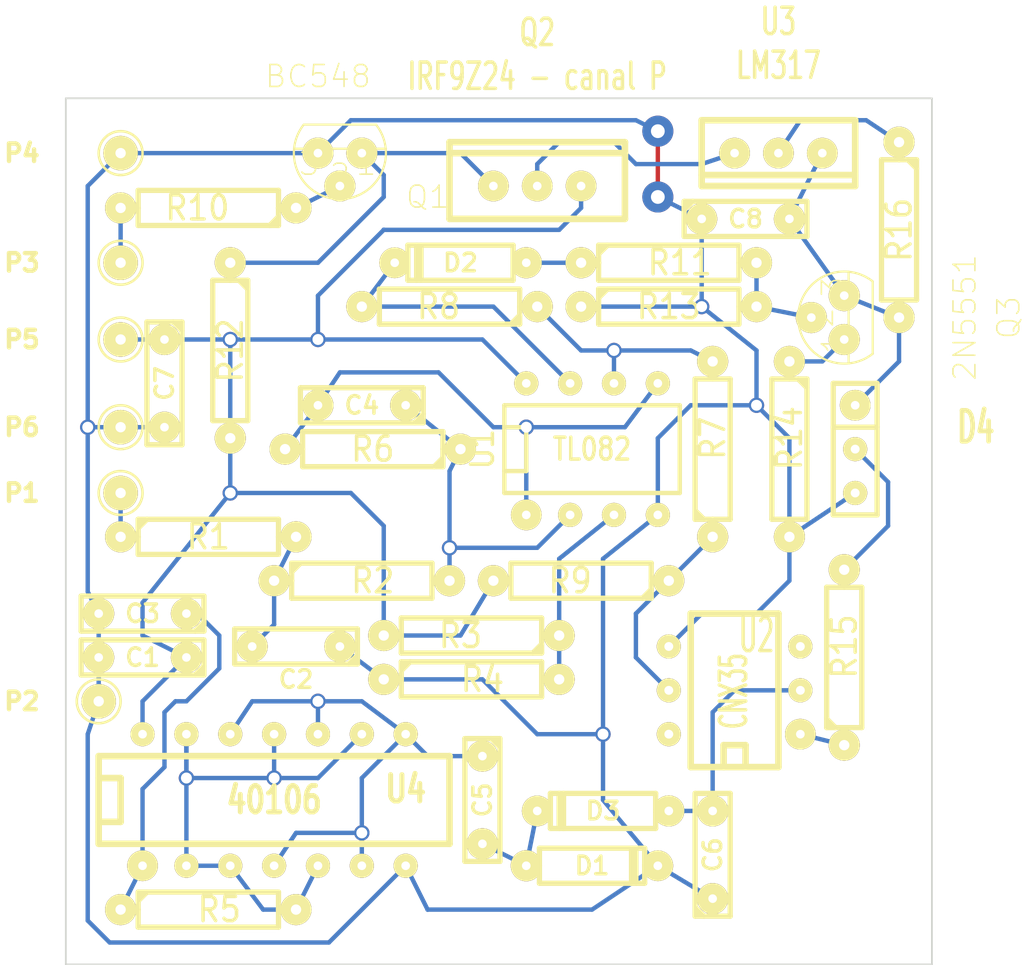
<source format=kicad_pcb>
(kicad_pcb (version 3) (host pcbnew "(2014-jul-20)-stable")

  (general
    (links 75)
    (no_connects 0)
    (area 137.555112 127.7874 197.14845 183.565001)
    (thickness 1.6)
    (drawings 4)
    (tracks 200)
    (zones 0)
    (modules 41)
    (nets 27)
  )

  (page A3)
  (title_block 
    (rev 1.2)
  )

  (layers
    (15 F.Cu signal)
    (0 B.Cu signal)
    (16 B.Adhes user)
    (17 F.Adhes user)
    (18 B.Paste user)
    (19 F.Paste user)
    (20 B.SilkS user)
    (21 F.SilkS user)
    (22 B.Mask user)
    (23 F.Mask user)
    (24 Dwgs.User user)
    (25 Cmts.User user)
    (26 Eco1.User user)
    (27 Eco2.User user)
    (28 Edge.Cuts user)
  )

  (setup
    (last_trace_width 0.254)
    (trace_clearance 0.254)
    (zone_clearance 0.508)
    (zone_45_only no)
    (trace_min 0.254)
    (segment_width 0.2)
    (edge_width 0.1)
    (via_size 0.889)
    (via_drill 0.635)
    (via_min_size 0.889)
    (via_min_drill 0.508)
    (user_via 1.8 0.8)
    (uvia_size 0.508)
    (uvia_drill 0.127)
    (uvias_allowed no)
    (uvia_min_size 0.508)
    (uvia_min_drill 0.127)
    (pcb_text_width 0.3)
    (pcb_text_size 1.5 1.5)
    (mod_edge_width 0.15)
    (mod_text_size 1 1)
    (mod_text_width 0.15)
    (pad_size 1.778 1.778)
    (pad_drill 0.5)
    (pad_to_mask_clearance 0)
    (aux_axis_origin 141.605 183.515)
    (visible_elements FFFEFFFF)
    (pcbplotparams
      (layerselection 1)
      (usegerberextensions true)
      (excludeedgelayer false)
      (linewidth 0.150000)
      (plotframeref false)
      (viasonmask false)
      (mode 1)
      (useauxorigin true)
      (hpglpennumber 1)
      (hpglpenspeed 20)
      (hpglpendiameter 15)
      (hpglpenoverlay 2)
      (psnegative false)
      (psa4output false)
      (plotreference true)
      (plotvalue true)
      (plotothertext true)
      (plotinvisibletext false)
      (padsonsilk false)
      (subtractmaskfromsilk false)
      (outputformat 1)
      (mirror false)
      (drillshape 0)
      (scaleselection 1)
      (outputdirectory gerber/))
  )

  (net 0 "")
  (net 1 +12V)
  (net 2 GND)
  (net 3 N-000001)
  (net 4 N-0000010)
  (net 5 N-0000014)
  (net 6 N-0000015)
  (net 7 N-0000016)
  (net 8 N-0000017)
  (net 9 N-0000018)
  (net 10 N-0000019)
  (net 11 N-000002)
  (net 12 N-0000020)
  (net 13 N-0000021)
  (net 14 N-0000022)
  (net 15 N-0000023)
  (net 16 N-0000024)
  (net 17 N-0000026)
  (net 18 N-0000027)
  (net 19 N-0000028)
  (net 20 N-000003)
  (net 21 N-000004)
  (net 22 N-000005)
  (net 23 N-000006)
  (net 24 N-000007)
  (net 25 N-000008)
  (net 26 N-000009)

  (net_class Default "Ceci est la Netclass par défaut"
    (clearance 0.254)
    (trace_width 0.254)
    (via_dia 0.889)
    (via_drill 0.635)
    (uvia_dia 0.508)
    (uvia_drill 0.127)
    (add_net "")
    (add_net +12V)
    (add_net GND)
    (add_net N-000001)
    (add_net N-0000010)
    (add_net N-0000014)
    (add_net N-0000015)
    (add_net N-0000016)
    (add_net N-0000017)
    (add_net N-0000018)
    (add_net N-0000019)
    (add_net N-000002)
    (add_net N-0000020)
    (add_net N-0000021)
    (add_net N-0000022)
    (add_net N-0000023)
    (add_net N-0000024)
    (add_net N-0000026)
    (add_net N-0000027)
    (add_net N-0000028)
    (add_net N-000003)
    (add_net N-000004)
    (add_net N-000005)
    (add_net N-000006)
    (add_net N-000007)
    (add_net N-000008)
    (add_net N-000009)
  )

  (module DIP-14__300 (layer F.Cu) (tedit 5520C28E) (tstamp 551273E4)
    (at 153.67 173.99)
    (descr "14 pins DIL package, round pads")
    (tags DIL)
    (path /55128B06)
    (fp_text reference U4 (at 7.62 -0.635) (layer F.SilkS)
      (effects (font (size 1.524 1.143) (thickness 0.28702)))
    )
    (fp_text value 40106 (at 0 0) (layer F.SilkS)
      (effects (font (size 1.524 1.143) (thickness 0.28702)))
    )
    (fp_line (start -10.16 -2.54) (end 10.16 -2.54) (layer F.SilkS) (width 0.381))
    (fp_line (start 10.16 2.54) (end -10.16 2.54) (layer F.SilkS) (width 0.381))
    (fp_line (start -10.16 2.54) (end -10.16 -2.54) (layer F.SilkS) (width 0.381))
    (fp_line (start -10.16 -1.27) (end -8.89 -1.27) (layer F.SilkS) (width 0.381))
    (fp_line (start -8.89 -1.27) (end -8.89 1.27) (layer F.SilkS) (width 0.381))
    (fp_line (start -8.89 1.27) (end -10.16 1.27) (layer F.SilkS) (width 0.381))
    (fp_line (start 10.16 -2.54) (end 10.16 2.54) (layer F.SilkS) (width 0.381))
    (pad 1 thru_hole circle (at -7.62 3.81) (size 1.778 1.778) (drill 0.5)
      (layers *.Cu *.Mask F.SilkS)
      (net 23 N-000006)
    )
    (pad 2 thru_hole circle (at -5.08 3.81) (size 1.397 1.397) (drill 0.50066)
      (layers *.Cu *.Mask F.SilkS)
      (net 5 N-0000014)
    )
    (pad 3 thru_hole circle (at -2.54 3.81) (size 1.397 1.397) (drill 0.50066)
      (layers *.Cu *.Mask F.SilkS)
      (net 5 N-0000014)
    )
    (pad 4 thru_hole circle (at 0 3.81) (size 1.397 1.397) (drill 0.50066)
      (layers *.Cu *.Mask F.SilkS)
      (net 6 N-0000015)
    )
    (pad 5 thru_hole circle (at 2.54 3.81) (size 1.397 1.397) (drill 0.50066)
      (layers *.Cu *.Mask F.SilkS)
      (net 5 N-0000014)
    )
    (pad 6 thru_hole circle (at 5.08 3.81) (size 1.397 1.397) (drill 0.50066)
      (layers *.Cu *.Mask F.SilkS)
      (net 6 N-0000015)
    )
    (pad 7 thru_hole circle (at 7.62 3.81) (size 1.397 1.397) (drill 0.50066)
      (layers *.Cu *.Mask F.SilkS)
      (net 2 GND)
    )
    (pad 8 thru_hole circle (at 7.62 -3.81) (size 1.397 1.397) (drill 0.50066)
      (layers *.Cu *.Mask F.SilkS)
      (net 6 N-0000015)
    )
    (pad 9 thru_hole circle (at 5.08 -3.81) (size 1.397 1.397) (drill 0.50066)
      (layers *.Cu *.Mask F.SilkS)
      (net 5 N-0000014)
    )
    (pad 10 thru_hole circle (at 2.54 -3.81) (size 1.397 1.397) (drill 0.50066)
      (layers *.Cu *.Mask F.SilkS)
      (net 6 N-0000015)
    )
    (pad 11 thru_hole circle (at 0 -3.81) (size 1.397 1.397) (drill 0.50066)
      (layers *.Cu *.Mask F.SilkS)
      (net 5 N-0000014)
    )
    (pad 12 thru_hole circle (at -2.54 -3.81) (size 1.397 1.397) (drill 0.50066)
      (layers *.Cu *.Mask F.SilkS)
      (net 6 N-0000015)
    )
    (pad 13 thru_hole circle (at -5.08 -3.81) (size 1.397 1.397) (drill 0.50066)
      (layers *.Cu *.Mask F.SilkS)
      (net 5 N-0000014)
    )
    (pad 14 thru_hole circle (at -7.62 -3.81) (size 1.397 1.397) (drill 0.50066)
      (layers *.Cu *.Mask F.SilkS)
      (net 1 +12V)
    )
    (model dil/dil_14.wrl
      (at (xyz 0 0 0))
      (scale (xyz 1 1 1))
      (rotate (xyz 0 0 0))
    )
  )

  (module TO-92_123 (layer F.Cu) (tedit 5513A935) (tstamp 5512728C)
    (at 157.48 136.525 180)
    (descr "TO 92")
    (tags "TO 92")
    (path /5476FF2D)
    (attr virtual)
    (fp_text reference Q1 (at -5.08 -2.54 180) (layer F.SilkS)
      (effects (font (size 1.27 1.27) (thickness 0.0889)))
    )
    (fp_text value BC548 (at 1.27 4.445 180) (layer F.SilkS)
      (effects (font (size 1.27 1.27) (thickness 0.0889)))
    )
    (fp_line (start -2.09296 1.651) (end 2.09296 1.651) (layer F.SilkS) (width 0.127))
    (fp_line (start -2.25298 0.254) (end -0.28448 0.254) (layer F.SilkS) (width 0.127))
    (fp_line (start -2.6543 0.254) (end -2.25298 0.254) (layer F.SilkS) (width 0.127))
    (fp_line (start -0.28448 0.254) (end 0.28448 0.254) (layer F.SilkS) (width 0.127))
    (fp_line (start 2.25298 0.254) (end 2.6543 0.254) (layer F.SilkS) (width 0.127))
    (fp_line (start 0.28448 0.254) (end 2.25298 0.254) (layer F.SilkS) (width 0.127))
    (fp_arc (start 0 0) (end -2.09296 1.651) (angle 32.7) (layer F.SilkS) (width 0.127))
    (fp_arc (start 0 0) (end -2.6543 0.254) (angle 78.3) (layer F.SilkS) (width 0.127))
    (fp_arc (start 0 0) (end 0.78486 -2.54762) (angle 111) (layer F.SilkS) (width 0.127))
    (fp_arc (start 0 0) (end -0.78486 -2.54762) (angle 34.2) (layer F.SilkS) (width 0.127))
    (fp_text user 2 (at 0 -1.27 180) (layer F.SilkS)
      (effects (font (size 1.27 1.27) (thickness 0.0889)))
    )
    (fp_text user 1 (at -1.524 -0.635 180) (layer F.SilkS)
      (effects (font (size 1.27 1.27) (thickness 0.0889)))
    )
    (fp_text user 3 (at 1.778 -0.635 180) (layer F.SilkS)
      (effects (font (size 1.27 1.27) (thickness 0.0889)))
    )
    (pad 3 thru_hole circle (at 1.27 0 180) (size 1.80086 1.80086) (drill 0.50066)
      (layers *.Cu F.Paste F.SilkS F.Mask)
      (net 2 GND)
    )
    (pad 2 thru_hole circle (at 0 -1.905 180) (size 1.80086 1.80086) (drill 0.50066)
      (layers *.Cu F.Paste F.SilkS F.Mask)
      (net 20 N-000003)
    )
    (pad 1 thru_hole circle (at -1.27 0 180) (size 1.80086 1.80086) (drill 0.50066)
      (layers *.Cu F.Paste F.SilkS F.Mask)
      (net 18 N-0000027)
    )
    (model discret/to98.wrl
      (at (xyz 0 0 0))
      (scale (xyz 1 1 1))
      (rotate (xyz 0 0 0))
    )
  )

  (module TO-92_123 (layer F.Cu) (tedit 5515760A) (tstamp 551272A0)
    (at 186.69 146.05 90)
    (descr "TO 92")
    (tags "TO 92")
    (path /5512D091)
    (attr virtual)
    (fp_text reference Q3 (at 0 9.525 90) (layer F.SilkS)
      (effects (font (size 1.27 1.27) (thickness 0.0889)))
    )
    (fp_text value 2N5551 (at 0 6.985 90) (layer F.SilkS)
      (effects (font (size 1.27 1.27) (thickness 0.0889)))
    )
    (fp_line (start -2.09296 1.651) (end 2.09296 1.651) (layer F.SilkS) (width 0.127))
    (fp_line (start -2.25298 0.254) (end -0.28448 0.254) (layer F.SilkS) (width 0.127))
    (fp_line (start -2.6543 0.254) (end -2.25298 0.254) (layer F.SilkS) (width 0.127))
    (fp_line (start -0.28448 0.254) (end 0.28448 0.254) (layer F.SilkS) (width 0.127))
    (fp_line (start 2.25298 0.254) (end 2.6543 0.254) (layer F.SilkS) (width 0.127))
    (fp_line (start 0.28448 0.254) (end 2.25298 0.254) (layer F.SilkS) (width 0.127))
    (fp_arc (start 0 0) (end -2.09296 1.651) (angle 32.7) (layer F.SilkS) (width 0.127))
    (fp_arc (start 0 0) (end -2.6543 0.254) (angle 78.3) (layer F.SilkS) (width 0.127))
    (fp_arc (start 0 0) (end 0.78486 -2.54762) (angle 111) (layer F.SilkS) (width 0.127))
    (fp_arc (start 0 0) (end -0.78486 -2.54762) (angle 34.2) (layer F.SilkS) (width 0.127))
    (fp_text user 2 (at 0 -1.27 90) (layer F.SilkS)
      (effects (font (size 1.27 1.27) (thickness 0.0889)))
    )
    (fp_text user 1 (at -1.524 -0.635 90) (layer F.SilkS)
      (effects (font (size 1.27 1.27) (thickness 0.0889)))
    )
    (fp_text user 3 (at 1.778 -0.635 90) (layer F.SilkS)
      (effects (font (size 1.27 1.27) (thickness 0.0889)))
    )
    (pad 3 thru_hole circle (at 1.27 0 90) (size 1.80086 1.80086) (drill 0.50066)
      (layers *.Cu F.Paste F.SilkS F.Mask)
      (net 21 N-000004)
    )
    (pad 2 thru_hole circle (at 0 -1.905 90) (size 1.80086 1.80086) (drill 0.50066)
      (layers *.Cu F.Paste F.SilkS F.Mask)
      (net 7 N-0000016)
    )
    (pad 1 thru_hole circle (at -1.27 0 90) (size 1.80086 1.80086) (drill 0.50066)
      (layers *.Cu F.Paste F.SilkS F.Mask)
      (net 22 N-000005)
    )
    (model discret/to98.wrl
      (at (xyz 0 0 0))
      (scale (xyz 1 1 1))
      (rotate (xyz 0 0 0))
    )
  )

  (module TO-220_V_123 (layer F.Cu) (tedit 5520C248) (tstamp 551575ED)
    (at 182.88 136.525 270)
    (descr "Transistor MOSFET TO220")
    (tags "TR TO220 DEV")
    (path /5476AEE2)
    (fp_text reference U3 (at -7.62 0 360) (layer F.SilkS)
      (effects (font (size 1.524 1.016) (thickness 0.2032)))
    )
    (fp_text value LM317 (at -5.08 0 360) (layer F.SilkS)
      (effects (font (size 1.524 1.016) (thickness 0.2032)))
    )
    (fp_line (start 1.27 -4.445) (end 1.905 -4.445) (layer F.SilkS) (width 0.381))
    (fp_line (start 1.905 -4.445) (end 1.905 4.445) (layer F.SilkS) (width 0.381))
    (fp_line (start 1.905 4.445) (end 1.27 4.445) (layer F.SilkS) (width 0.381))
    (fp_line (start -1.905 -4.445) (end 1.27 -4.445) (layer F.SilkS) (width 0.381))
    (fp_line (start 1.27 -4.445) (end 1.27 4.445) (layer F.SilkS) (width 0.381))
    (fp_line (start 1.27 4.445) (end -1.905 4.445) (layer F.SilkS) (width 0.381))
    (fp_line (start -1.905 4.445) (end -1.905 -4.445) (layer F.SilkS) (width 0.381))
    (pad 1 thru_hole circle (at 0 -2.54 270) (size 1.778 1.778) (drill 0.5)
      (layers *.Cu *.Mask F.SilkS)
      (net 21 N-000004)
    )
    (pad 2 thru_hole circle (at 0 0 270) (size 1.778 1.778) (drill 0.5)
      (layers *.Cu *.Mask F.SilkS)
      (net 3 N-000001)
    )
    (pad 3 thru_hole circle (at 0 2.54 270) (size 1.778 1.778) (drill 0.5)
      (layers *.Cu *.Mask F.SilkS)
      (net 11 N-000002)
    )
    (model discret/to220_horiz.wrl
      (at (xyz 0 0 0))
      (scale (xyz 1 1 1))
      (rotate (xyz 0 0 0))
    )
  )

  (module SIL-3 (layer F.Cu) (tedit 5520C264) (tstamp 551272C8)
    (at 187.325 153.67 270)
    (descr "Connecteur 3 pins")
    (tags "CONN DEV")
    (path /5476BB6A)
    (fp_text reference D4 (at -1.27 -6.985 360) (layer F.SilkS)
      (effects (font (size 1.7907 1.07696) (thickness 0.3048)))
    )
    (fp_text value DIODE_LASER (at 0 -2.54 270) (layer F.SilkS) hide
      (effects (font (size 1.524 1.016) (thickness 0.3048)))
    )
    (fp_line (start -3.81 1.27) (end -3.81 -1.27) (layer F.SilkS) (width 0.3048))
    (fp_line (start -3.81 -1.27) (end 3.81 -1.27) (layer F.SilkS) (width 0.3048))
    (fp_line (start 3.81 -1.27) (end 3.81 1.27) (layer F.SilkS) (width 0.3048))
    (fp_line (start 3.81 1.27) (end -3.81 1.27) (layer F.SilkS) (width 0.3048))
    (fp_line (start -1.27 -1.27) (end -1.27 1.27) (layer F.SilkS) (width 0.3048))
    (pad 1 thru_hole circle (at -2.54 0 270) (size 1.778 1.778) (drill 0.5)
      (layers *.Cu *.Mask F.SilkS)
      (net 21 N-000004)
    )
    (pad 2 thru_hole circle (at 0 0 270) (size 1.397 1.397) (drill 0.5128)
      (layers *.Cu *.Mask F.SilkS)
      (net 26 N-000009)
    )
    (pad 3 thru_hole circle (at 2.54 0 270) (size 1.397 1.397) (drill 0.5128)
      (layers *.Cu *.Mask F.SilkS)
      (net 2 GND)
    )
  )

  (module R_400 (layer F.Cu) (tedit 538C7C26) (tstamp 551272D6)
    (at 171.45 161.29 180)
    (descr "Resitance 4 pas")
    (tags R)
    (path /550FFD1E)
    (autoplace_cost180 10)
    (fp_text reference R9 (at 0.635 0 180) (layer F.SilkS)
      (effects (font (size 1.397 1.27) (thickness 0.2032)))
    )
    (fp_text value 4k7 (at 0 0 180) (layer F.SilkS) hide
      (effects (font (size 1.397 1.27) (thickness 0.2032)))
    )
    (fp_line (start -5.08 0) (end -4.064 0) (layer F.SilkS) (width 0.3048))
    (fp_line (start -4.064 0) (end -4.064 -1.016) (layer F.SilkS) (width 0.3048))
    (fp_line (start -4.064 -1.016) (end 4.064 -1.016) (layer F.SilkS) (width 0.3048))
    (fp_line (start 4.064 -1.016) (end 4.064 1.016) (layer F.SilkS) (width 0.3048))
    (fp_line (start 4.064 1.016) (end -4.064 1.016) (layer F.SilkS) (width 0.3048))
    (fp_line (start -4.064 1.016) (end -4.064 0) (layer F.SilkS) (width 0.3048))
    (fp_line (start -4.064 -0.508) (end -3.556 -1.016) (layer F.SilkS) (width 0.3048))
    (fp_line (start 5.08 0) (end 4.064 0) (layer F.SilkS) (width 0.3048))
    (pad 1 thru_hole circle (at -5.08 0 180) (size 1.80086 1.80086) (drill 0.5985)
      (layers *.Cu *.Mask F.SilkS)
      (net 17 N-0000026)
    )
    (pad 2 thru_hole circle (at 5.08 0 180) (size 1.80086 1.80086) (drill 0.5985)
      (layers *.Cu *.Mask F.SilkS)
      (net 1 +12V)
    )
    (model discret/resistor.wrl
      (at (xyz 0 0 0))
      (scale (xyz 0.4 0.4 0.4))
      (rotate (xyz 0 0 0))
    )
  )

  (module R_400 (layer F.Cu) (tedit 5512B7BB) (tstamp 551272E4)
    (at 149.86 158.75)
    (descr "Resitance 4 pas")
    (tags R)
    (path /55118198)
    (autoplace_cost180 10)
    (fp_text reference R1 (at 0 0) (layer F.SilkS)
      (effects (font (size 1.397 1.27) (thickness 0.2032)))
    )
    (fp_text value 10k (at 0 0) (layer F.SilkS) hide
      (effects (font (size 1.397 1.27) (thickness 0.2032)))
    )
    (fp_line (start -5.08 0) (end -4.064 0) (layer F.SilkS) (width 0.3048))
    (fp_line (start -4.064 0) (end -4.064 -1.016) (layer F.SilkS) (width 0.3048))
    (fp_line (start -4.064 -1.016) (end 4.064 -1.016) (layer F.SilkS) (width 0.3048))
    (fp_line (start 4.064 -1.016) (end 4.064 1.016) (layer F.SilkS) (width 0.3048))
    (fp_line (start 4.064 1.016) (end -4.064 1.016) (layer F.SilkS) (width 0.3048))
    (fp_line (start -4.064 1.016) (end -4.064 0) (layer F.SilkS) (width 0.3048))
    (fp_line (start -4.064 -0.508) (end -3.556 -1.016) (layer F.SilkS) (width 0.3048))
    (fp_line (start 5.08 0) (end 4.064 0) (layer F.SilkS) (width 0.3048))
    (pad 1 thru_hole circle (at -5.08 0) (size 1.80086 1.80086) (drill 0.5985)
      (layers *.Cu *.Mask F.SilkS)
      (net 19 N-0000028)
    )
    (pad 2 thru_hole circle (at 5.08 0) (size 1.80086 1.80086) (drill 0.5985)
      (layers *.Cu *.Mask F.SilkS)
      (net 14 N-0000022)
    )
    (model discret/resistor.wrl
      (at (xyz 0 0 0))
      (scale (xyz 0.4 0.4 0.4))
      (rotate (xyz 0 0 0))
    )
  )

  (module R_400 (layer F.Cu) (tedit 538C7C26) (tstamp 551272F2)
    (at 158.75 161.29)
    (descr "Resitance 4 pas")
    (tags R)
    (path /5511812E)
    (autoplace_cost180 10)
    (fp_text reference R2 (at 0.635 0) (layer F.SilkS)
      (effects (font (size 1.397 1.27) (thickness 0.2032)))
    )
    (fp_text value 100k (at 0 0) (layer F.SilkS) hide
      (effects (font (size 1.397 1.27) (thickness 0.2032)))
    )
    (fp_line (start -5.08 0) (end -4.064 0) (layer F.SilkS) (width 0.3048))
    (fp_line (start -4.064 0) (end -4.064 -1.016) (layer F.SilkS) (width 0.3048))
    (fp_line (start -4.064 -1.016) (end 4.064 -1.016) (layer F.SilkS) (width 0.3048))
    (fp_line (start 4.064 -1.016) (end 4.064 1.016) (layer F.SilkS) (width 0.3048))
    (fp_line (start 4.064 1.016) (end -4.064 1.016) (layer F.SilkS) (width 0.3048))
    (fp_line (start -4.064 1.016) (end -4.064 0) (layer F.SilkS) (width 0.3048))
    (fp_line (start -4.064 -0.508) (end -3.556 -1.016) (layer F.SilkS) (width 0.3048))
    (fp_line (start 5.08 0) (end 4.064 0) (layer F.SilkS) (width 0.3048))
    (pad 1 thru_hole circle (at -5.08 0) (size 1.80086 1.80086) (drill 0.5985)
      (layers *.Cu *.Mask F.SilkS)
      (net 14 N-0000022)
    )
    (pad 2 thru_hole circle (at 5.08 0) (size 1.80086 1.80086) (drill 0.5985)
      (layers *.Cu *.Mask F.SilkS)
      (net 12 N-0000020)
    )
    (model discret/resistor.wrl
      (at (xyz 0 0 0))
      (scale (xyz 0.4 0.4 0.4))
      (rotate (xyz 0 0 0))
    )
  )

  (module R_400 (layer F.Cu) (tedit 538C7C26) (tstamp 55127300)
    (at 165.1 164.465 180)
    (descr "Resitance 4 pas")
    (tags R)
    (path /55117F38)
    (autoplace_cost180 10)
    (fp_text reference R3 (at 0.635 0 180) (layer F.SilkS)
      (effects (font (size 1.397 1.27) (thickness 0.2032)))
    )
    (fp_text value 22k (at 0 0 180) (layer F.SilkS) hide
      (effects (font (size 1.397 1.27) (thickness 0.2032)))
    )
    (fp_line (start -5.08 0) (end -4.064 0) (layer F.SilkS) (width 0.3048))
    (fp_line (start -4.064 0) (end -4.064 -1.016) (layer F.SilkS) (width 0.3048))
    (fp_line (start -4.064 -1.016) (end 4.064 -1.016) (layer F.SilkS) (width 0.3048))
    (fp_line (start 4.064 -1.016) (end 4.064 1.016) (layer F.SilkS) (width 0.3048))
    (fp_line (start 4.064 1.016) (end -4.064 1.016) (layer F.SilkS) (width 0.3048))
    (fp_line (start -4.064 1.016) (end -4.064 0) (layer F.SilkS) (width 0.3048))
    (fp_line (start -4.064 -0.508) (end -3.556 -1.016) (layer F.SilkS) (width 0.3048))
    (fp_line (start 5.08 0) (end 4.064 0) (layer F.SilkS) (width 0.3048))
    (pad 1 thru_hole circle (at -5.08 0 180) (size 1.80086 1.80086) (drill 0.5985)
      (layers *.Cu *.Mask F.SilkS)
      (net 13 N-0000021)
    )
    (pad 2 thru_hole circle (at 5.08 0 180) (size 1.80086 1.80086) (drill 0.5985)
      (layers *.Cu *.Mask F.SilkS)
      (net 1 +12V)
    )
    (model discret/resistor.wrl
      (at (xyz 0 0 0))
      (scale (xyz 0.4 0.4 0.4))
      (rotate (xyz 0 0 0))
    )
  )

  (module R_400 (layer F.Cu) (tedit 538C7C26) (tstamp 5512730E)
    (at 165.1 167.005)
    (descr "Resitance 4 pas")
    (tags R)
    (path /55117F32)
    (autoplace_cost180 10)
    (fp_text reference R4 (at 0.635 0) (layer F.SilkS)
      (effects (font (size 1.397 1.27) (thickness 0.2032)))
    )
    (fp_text value 10k (at 0 0) (layer F.SilkS) hide
      (effects (font (size 1.397 1.27) (thickness 0.2032)))
    )
    (fp_line (start -5.08 0) (end -4.064 0) (layer F.SilkS) (width 0.3048))
    (fp_line (start -4.064 0) (end -4.064 -1.016) (layer F.SilkS) (width 0.3048))
    (fp_line (start -4.064 -1.016) (end 4.064 -1.016) (layer F.SilkS) (width 0.3048))
    (fp_line (start 4.064 -1.016) (end 4.064 1.016) (layer F.SilkS) (width 0.3048))
    (fp_line (start 4.064 1.016) (end -4.064 1.016) (layer F.SilkS) (width 0.3048))
    (fp_line (start -4.064 1.016) (end -4.064 0) (layer F.SilkS) (width 0.3048))
    (fp_line (start -4.064 -0.508) (end -3.556 -1.016) (layer F.SilkS) (width 0.3048))
    (fp_line (start 5.08 0) (end 4.064 0) (layer F.SilkS) (width 0.3048))
    (pad 1 thru_hole circle (at -5.08 0) (size 1.80086 1.80086) (drill 0.5985)
      (layers *.Cu *.Mask F.SilkS)
      (net 2 GND)
    )
    (pad 2 thru_hole circle (at 5.08 0) (size 1.80086 1.80086) (drill 0.5985)
      (layers *.Cu *.Mask F.SilkS)
      (net 13 N-0000021)
    )
    (model discret/resistor.wrl
      (at (xyz 0 0 0))
      (scale (xyz 0.4 0.4 0.4))
      (rotate (xyz 0 0 0))
    )
  )

  (module R_400 (layer F.Cu) (tedit 5512B623) (tstamp 5512731C)
    (at 159.385 153.67 180)
    (descr "Resitance 4 pas")
    (tags R)
    (path /55117E40)
    (autoplace_cost180 10)
    (fp_text reference R6 (at 0 0 180) (layer F.SilkS)
      (effects (font (size 1.397 1.27) (thickness 0.2032)))
    )
    (fp_text value 220k (at 0 0 180) (layer F.SilkS) hide
      (effects (font (size 1.397 1.27) (thickness 0.2032)))
    )
    (fp_line (start -5.08 0) (end -4.064 0) (layer F.SilkS) (width 0.3048))
    (fp_line (start -4.064 0) (end -4.064 -1.016) (layer F.SilkS) (width 0.3048))
    (fp_line (start -4.064 -1.016) (end 4.064 -1.016) (layer F.SilkS) (width 0.3048))
    (fp_line (start 4.064 -1.016) (end 4.064 1.016) (layer F.SilkS) (width 0.3048))
    (fp_line (start 4.064 1.016) (end -4.064 1.016) (layer F.SilkS) (width 0.3048))
    (fp_line (start -4.064 1.016) (end -4.064 0) (layer F.SilkS) (width 0.3048))
    (fp_line (start -4.064 -0.508) (end -3.556 -1.016) (layer F.SilkS) (width 0.3048))
    (fp_line (start 5.08 0) (end 4.064 0) (layer F.SilkS) (width 0.3048))
    (pad 1 thru_hole circle (at -5.08 0 180) (size 1.80086 1.80086) (drill 0.5985)
      (layers *.Cu *.Mask F.SilkS)
      (net 12 N-0000020)
    )
    (pad 2 thru_hole circle (at 5.08 0 180) (size 1.80086 1.80086) (drill 0.5985)
      (layers *.Cu *.Mask F.SilkS)
      (net 10 N-0000019)
    )
    (model discret/resistor.wrl
      (at (xyz 0 0 0))
      (scale (xyz 0.4 0.4 0.4))
      (rotate (xyz 0 0 0))
    )
  )

  (module R_400 (layer F.Cu) (tedit 538C7C26) (tstamp 5512732A)
    (at 179.07 153.67 90)
    (descr "Resitance 4 pas")
    (tags R)
    (path /551179EC)
    (autoplace_cost180 10)
    (fp_text reference R7 (at 0.635 0 90) (layer F.SilkS)
      (effects (font (size 1.397 1.27) (thickness 0.2032)))
    )
    (fp_text value 22k (at 0 0 90) (layer F.SilkS) hide
      (effects (font (size 1.397 1.27) (thickness 0.2032)))
    )
    (fp_line (start -5.08 0) (end -4.064 0) (layer F.SilkS) (width 0.3048))
    (fp_line (start -4.064 0) (end -4.064 -1.016) (layer F.SilkS) (width 0.3048))
    (fp_line (start -4.064 -1.016) (end 4.064 -1.016) (layer F.SilkS) (width 0.3048))
    (fp_line (start 4.064 -1.016) (end 4.064 1.016) (layer F.SilkS) (width 0.3048))
    (fp_line (start 4.064 1.016) (end -4.064 1.016) (layer F.SilkS) (width 0.3048))
    (fp_line (start -4.064 1.016) (end -4.064 0) (layer F.SilkS) (width 0.3048))
    (fp_line (start -4.064 -0.508) (end -3.556 -1.016) (layer F.SilkS) (width 0.3048))
    (fp_line (start 5.08 0) (end 4.064 0) (layer F.SilkS) (width 0.3048))
    (pad 1 thru_hole circle (at -5.08 0 90) (size 1.80086 1.80086) (drill 0.5985)
      (layers *.Cu *.Mask F.SilkS)
      (net 17 N-0000026)
    )
    (pad 2 thru_hole circle (at 5.08 0 90) (size 1.80086 1.80086) (drill 0.5985)
      (layers *.Cu *.Mask F.SilkS)
      (net 16 N-0000024)
    )
    (model discret/resistor.wrl
      (at (xyz 0 0 0))
      (scale (xyz 0.4 0.4 0.4))
      (rotate (xyz 0 0 0))
    )
  )

  (module R_400 (layer F.Cu) (tedit 538C7C26) (tstamp 55127338)
    (at 163.83 145.415 180)
    (descr "Resitance 4 pas")
    (tags R)
    (path /551178BF)
    (autoplace_cost180 10)
    (fp_text reference R8 (at 0.635 0 180) (layer F.SilkS)
      (effects (font (size 1.397 1.27) (thickness 0.2032)))
    )
    (fp_text value 100k (at 0 0 180) (layer F.SilkS) hide
      (effects (font (size 1.397 1.27) (thickness 0.2032)))
    )
    (fp_line (start -5.08 0) (end -4.064 0) (layer F.SilkS) (width 0.3048))
    (fp_line (start -4.064 0) (end -4.064 -1.016) (layer F.SilkS) (width 0.3048))
    (fp_line (start -4.064 -1.016) (end 4.064 -1.016) (layer F.SilkS) (width 0.3048))
    (fp_line (start 4.064 -1.016) (end 4.064 1.016) (layer F.SilkS) (width 0.3048))
    (fp_line (start 4.064 1.016) (end -4.064 1.016) (layer F.SilkS) (width 0.3048))
    (fp_line (start -4.064 1.016) (end -4.064 0) (layer F.SilkS) (width 0.3048))
    (fp_line (start -4.064 -0.508) (end -3.556 -1.016) (layer F.SilkS) (width 0.3048))
    (fp_line (start 5.08 0) (end 4.064 0) (layer F.SilkS) (width 0.3048))
    (pad 1 thru_hole circle (at -5.08 0 180) (size 1.80086 1.80086) (drill 0.5985)
      (layers *.Cu *.Mask F.SilkS)
      (net 16 N-0000024)
    )
    (pad 2 thru_hole circle (at 5.08 0 180) (size 1.80086 1.80086) (drill 0.5985)
      (layers *.Cu *.Mask F.SilkS)
      (net 8 N-0000017)
    )
    (model discret/resistor.wrl
      (at (xyz 0 0 0))
      (scale (xyz 0.4 0.4 0.4))
      (rotate (xyz 0 0 0))
    )
  )

  (module R_400 (layer F.Cu) (tedit 551398EF) (tstamp 55127346)
    (at 176.53 145.415)
    (descr "Resitance 4 pas")
    (tags R)
    (path /55117763)
    (autoplace_cost180 10)
    (fp_text reference R13 (at 0 0) (layer F.SilkS)
      (effects (font (size 1.397 1.27) (thickness 0.2032)))
    )
    (fp_text value 6k8 (at 0 0) (layer F.SilkS) hide
      (effects (font (size 1.397 1.27) (thickness 0.2032)))
    )
    (fp_line (start -5.08 0) (end -4.064 0) (layer F.SilkS) (width 0.3048))
    (fp_line (start -4.064 0) (end -4.064 -1.016) (layer F.SilkS) (width 0.3048))
    (fp_line (start -4.064 -1.016) (end 4.064 -1.016) (layer F.SilkS) (width 0.3048))
    (fp_line (start 4.064 -1.016) (end 4.064 1.016) (layer F.SilkS) (width 0.3048))
    (fp_line (start 4.064 1.016) (end -4.064 1.016) (layer F.SilkS) (width 0.3048))
    (fp_line (start -4.064 1.016) (end -4.064 0) (layer F.SilkS) (width 0.3048))
    (fp_line (start -4.064 -0.508) (end -3.556 -1.016) (layer F.SilkS) (width 0.3048))
    (fp_line (start 5.08 0) (end 4.064 0) (layer F.SilkS) (width 0.3048))
    (pad 1 thru_hole circle (at -5.08 0) (size 1.80086 1.80086) (drill 0.5985)
      (layers *.Cu *.Mask F.SilkS)
      (net 2 GND)
    )
    (pad 2 thru_hole circle (at 5.08 0) (size 1.80086 1.80086) (drill 0.5985)
      (layers *.Cu *.Mask F.SilkS)
      (net 7 N-0000016)
    )
    (model discret/resistor.wrl
      (at (xyz 0 0 0))
      (scale (xyz 0.4 0.4 0.4))
      (rotate (xyz 0 0 0))
    )
  )

  (module R_400 (layer F.Cu) (tedit 538C7C26) (tstamp 55127354)
    (at 186.69 165.735 90)
    (descr "Resitance 4 pas")
    (tags R)
    (path /550FF97C)
    (autoplace_cost180 10)
    (fp_text reference R15 (at 0.635 0 90) (layer F.SilkS)
      (effects (font (size 1.397 1.27) (thickness 0.2032)))
    )
    (fp_text value 4k7 (at 0 0 90) (layer F.SilkS) hide
      (effects (font (size 1.397 1.27) (thickness 0.2032)))
    )
    (fp_line (start -5.08 0) (end -4.064 0) (layer F.SilkS) (width 0.3048))
    (fp_line (start -4.064 0) (end -4.064 -1.016) (layer F.SilkS) (width 0.3048))
    (fp_line (start -4.064 -1.016) (end 4.064 -1.016) (layer F.SilkS) (width 0.3048))
    (fp_line (start 4.064 -1.016) (end 4.064 1.016) (layer F.SilkS) (width 0.3048))
    (fp_line (start 4.064 1.016) (end -4.064 1.016) (layer F.SilkS) (width 0.3048))
    (fp_line (start -4.064 1.016) (end -4.064 0) (layer F.SilkS) (width 0.3048))
    (fp_line (start -4.064 -0.508) (end -3.556 -1.016) (layer F.SilkS) (width 0.3048))
    (fp_line (start 5.08 0) (end 4.064 0) (layer F.SilkS) (width 0.3048))
    (pad 1 thru_hole circle (at -5.08 0 90) (size 1.80086 1.80086) (drill 0.5985)
      (layers *.Cu *.Mask F.SilkS)
      (net 4 N-0000010)
    )
    (pad 2 thru_hole circle (at 5.08 0 90) (size 1.80086 1.80086) (drill 0.5985)
      (layers *.Cu *.Mask F.SilkS)
      (net 26 N-000009)
    )
    (model discret/resistor.wrl
      (at (xyz 0 0 0))
      (scale (xyz 0.4 0.4 0.4))
      (rotate (xyz 0 0 0))
    )
  )

  (module R_400 (layer F.Cu) (tedit 538C7C26) (tstamp 55127362)
    (at 149.86 180.34)
    (descr "Resitance 4 pas")
    (tags R)
    (path /550FF4C6)
    (autoplace_cost180 10)
    (fp_text reference R5 (at 0.635 0) (layer F.SilkS)
      (effects (font (size 1.397 1.27) (thickness 0.2032)))
    )
    (fp_text value 10k (at 0 0) (layer F.SilkS) hide
      (effects (font (size 1.397 1.27) (thickness 0.2032)))
    )
    (fp_line (start -5.08 0) (end -4.064 0) (layer F.SilkS) (width 0.3048))
    (fp_line (start -4.064 0) (end -4.064 -1.016) (layer F.SilkS) (width 0.3048))
    (fp_line (start -4.064 -1.016) (end 4.064 -1.016) (layer F.SilkS) (width 0.3048))
    (fp_line (start 4.064 -1.016) (end 4.064 1.016) (layer F.SilkS) (width 0.3048))
    (fp_line (start 4.064 1.016) (end -4.064 1.016) (layer F.SilkS) (width 0.3048))
    (fp_line (start -4.064 1.016) (end -4.064 0) (layer F.SilkS) (width 0.3048))
    (fp_line (start -4.064 -0.508) (end -3.556 -1.016) (layer F.SilkS) (width 0.3048))
    (fp_line (start 5.08 0) (end 4.064 0) (layer F.SilkS) (width 0.3048))
    (pad 1 thru_hole circle (at -5.08 0) (size 1.80086 1.80086) (drill 0.5985)
      (layers *.Cu *.Mask F.SilkS)
      (net 23 N-000006)
    )
    (pad 2 thru_hole circle (at 5.08 0) (size 1.80086 1.80086) (drill 0.5985)
      (layers *.Cu *.Mask F.SilkS)
      (net 5 N-0000014)
    )
    (model discret/resistor.wrl
      (at (xyz 0 0 0))
      (scale (xyz 0.4 0.4 0.4))
      (rotate (xyz 0 0 0))
    )
  )

  (module R_400 (layer F.Cu) (tedit 551398D6) (tstamp 55127370)
    (at 189.865 140.97 270)
    (descr "Resitance 4 pas")
    (tags R)
    (path /5476BB81)
    (autoplace_cost180 10)
    (fp_text reference R16 (at 0 0 270) (layer F.SilkS)
      (effects (font (size 1.397 1.27) (thickness 0.2032)))
    )
    (fp_text value 22 (at 0 0 270) (layer F.SilkS) hide
      (effects (font (size 1.397 1.27) (thickness 0.2032)))
    )
    (fp_line (start -5.08 0) (end -4.064 0) (layer F.SilkS) (width 0.3048))
    (fp_line (start -4.064 0) (end -4.064 -1.016) (layer F.SilkS) (width 0.3048))
    (fp_line (start -4.064 -1.016) (end 4.064 -1.016) (layer F.SilkS) (width 0.3048))
    (fp_line (start 4.064 -1.016) (end 4.064 1.016) (layer F.SilkS) (width 0.3048))
    (fp_line (start 4.064 1.016) (end -4.064 1.016) (layer F.SilkS) (width 0.3048))
    (fp_line (start -4.064 1.016) (end -4.064 0) (layer F.SilkS) (width 0.3048))
    (fp_line (start -4.064 -0.508) (end -3.556 -1.016) (layer F.SilkS) (width 0.3048))
    (fp_line (start 5.08 0) (end 4.064 0) (layer F.SilkS) (width 0.3048))
    (pad 1 thru_hole circle (at -5.08 0 270) (size 1.80086 1.80086) (drill 0.5985)
      (layers *.Cu *.Mask F.SilkS)
      (net 3 N-000001)
    )
    (pad 2 thru_hole circle (at 5.08 0 270) (size 1.80086 1.80086) (drill 0.5985)
      (layers *.Cu *.Mask F.SilkS)
      (net 21 N-000004)
    )
    (model discret/resistor.wrl
      (at (xyz 0 0 0))
      (scale (xyz 0.4 0.4 0.4))
      (rotate (xyz 0 0 0))
    )
  )

  (module R_400 (layer F.Cu) (tedit 551E3925) (tstamp 5512737E)
    (at 151.13 147.955 270)
    (descr "Resitance 4 pas")
    (tags R)
    (path /5476D32C)
    (autoplace_cost180 10)
    (fp_text reference R12 (at 0 0 270) (layer F.SilkS)
      (effects (font (size 1.397 1.27) (thickness 0.2032)))
    )
    (fp_text value 4k7 (at 0 0 270) (layer F.SilkS) hide
      (effects (font (size 1.397 1.27) (thickness 0.2032)))
    )
    (fp_line (start -5.08 0) (end -4.064 0) (layer F.SilkS) (width 0.3048))
    (fp_line (start -4.064 0) (end -4.064 -1.016) (layer F.SilkS) (width 0.3048))
    (fp_line (start -4.064 -1.016) (end 4.064 -1.016) (layer F.SilkS) (width 0.3048))
    (fp_line (start 4.064 -1.016) (end 4.064 1.016) (layer F.SilkS) (width 0.3048))
    (fp_line (start 4.064 1.016) (end -4.064 1.016) (layer F.SilkS) (width 0.3048))
    (fp_line (start -4.064 1.016) (end -4.064 0) (layer F.SilkS) (width 0.3048))
    (fp_line (start -4.064 -0.508) (end -3.556 -1.016) (layer F.SilkS) (width 0.3048))
    (fp_line (start 5.08 0) (end 4.064 0) (layer F.SilkS) (width 0.3048))
    (pad 1 thru_hole circle (at -5.08 0 270) (size 1.80086 1.80086) (drill 0.5985)
      (layers *.Cu *.Mask F.SilkS)
      (net 18 N-0000027)
    )
    (pad 2 thru_hole circle (at 5.08 0 270) (size 1.80086 1.80086) (drill 0.5985)
      (layers *.Cu *.Mask F.SilkS)
      (net 1 +12V)
    )
    (model discret/resistor.wrl
      (at (xyz 0 0 0))
      (scale (xyz 0.4 0.4 0.4))
      (rotate (xyz 0 0 0))
    )
  )

  (module R_400 (layer F.Cu) (tedit 538C7C26) (tstamp 5512738C)
    (at 176.53 142.875)
    (descr "Resitance 4 pas")
    (tags R)
    (path /550FF395)
    (autoplace_cost180 10)
    (fp_text reference R11 (at 0.635 0) (layer F.SilkS)
      (effects (font (size 1.397 1.27) (thickness 0.2032)))
    )
    (fp_text value 2k2 (at 0 0) (layer F.SilkS) hide
      (effects (font (size 1.397 1.27) (thickness 0.2032)))
    )
    (fp_line (start -5.08 0) (end -4.064 0) (layer F.SilkS) (width 0.3048))
    (fp_line (start -4.064 0) (end -4.064 -1.016) (layer F.SilkS) (width 0.3048))
    (fp_line (start -4.064 -1.016) (end 4.064 -1.016) (layer F.SilkS) (width 0.3048))
    (fp_line (start 4.064 -1.016) (end 4.064 1.016) (layer F.SilkS) (width 0.3048))
    (fp_line (start 4.064 1.016) (end -4.064 1.016) (layer F.SilkS) (width 0.3048))
    (fp_line (start -4.064 1.016) (end -4.064 0) (layer F.SilkS) (width 0.3048))
    (fp_line (start -4.064 -0.508) (end -3.556 -1.016) (layer F.SilkS) (width 0.3048))
    (fp_line (start 5.08 0) (end 4.064 0) (layer F.SilkS) (width 0.3048))
    (pad 1 thru_hole circle (at -5.08 0) (size 1.80086 1.80086) (drill 0.5985)
      (layers *.Cu *.Mask F.SilkS)
      (net 9 N-0000018)
    )
    (pad 2 thru_hole circle (at 5.08 0) (size 1.80086 1.80086) (drill 0.5985)
      (layers *.Cu *.Mask F.SilkS)
      (net 7 N-0000016)
    )
    (model discret/resistor.wrl
      (at (xyz 0 0 0))
      (scale (xyz 0.4 0.4 0.4))
      (rotate (xyz 0 0 0))
    )
  )

  (module R_400 (layer F.Cu) (tedit 5512B924) (tstamp 5512739A)
    (at 183.515 153.67 270)
    (descr "Resitance 4 pas")
    (tags R)
    (path /550FF361)
    (autoplace_cost180 10)
    (fp_text reference R14 (at -0.635 0 270) (layer F.SilkS)
      (effects (font (size 1.397 1.27) (thickness 0.2032)))
    )
    (fp_text value 68 (at 0 0 270) (layer F.SilkS) hide
      (effects (font (size 1.397 1.27) (thickness 0.2032)))
    )
    (fp_line (start -5.08 0) (end -4.064 0) (layer F.SilkS) (width 0.3048))
    (fp_line (start -4.064 0) (end -4.064 -1.016) (layer F.SilkS) (width 0.3048))
    (fp_line (start -4.064 -1.016) (end 4.064 -1.016) (layer F.SilkS) (width 0.3048))
    (fp_line (start 4.064 -1.016) (end 4.064 1.016) (layer F.SilkS) (width 0.3048))
    (fp_line (start 4.064 1.016) (end -4.064 1.016) (layer F.SilkS) (width 0.3048))
    (fp_line (start -4.064 1.016) (end -4.064 0) (layer F.SilkS) (width 0.3048))
    (fp_line (start -4.064 -0.508) (end -3.556 -1.016) (layer F.SilkS) (width 0.3048))
    (fp_line (start 5.08 0) (end 4.064 0) (layer F.SilkS) (width 0.3048))
    (pad 1 thru_hole circle (at -5.08 0 270) (size 1.80086 1.80086) (drill 0.5985)
      (layers *.Cu *.Mask F.SilkS)
      (net 22 N-000005)
    )
    (pad 2 thru_hole circle (at 5.08 0 270) (size 1.80086 1.80086) (drill 0.5985)
      (layers *.Cu *.Mask F.SilkS)
      (net 2 GND)
    )
    (model discret/resistor.wrl
      (at (xyz 0 0 0))
      (scale (xyz 0.4 0.4 0.4))
      (rotate (xyz 0 0 0))
    )
  )

  (module R_400 (layer F.Cu) (tedit 538C7C26) (tstamp 551273A8)
    (at 149.86 139.7 180)
    (descr "Resitance 4 pas")
    (tags R)
    (path /54770118)
    (autoplace_cost180 10)
    (fp_text reference R10 (at 0.635 0 180) (layer F.SilkS)
      (effects (font (size 1.397 1.27) (thickness 0.2032)))
    )
    (fp_text value 10k (at 0 0 180) (layer F.SilkS) hide
      (effects (font (size 1.397 1.27) (thickness 0.2032)))
    )
    (fp_line (start -5.08 0) (end -4.064 0) (layer F.SilkS) (width 0.3048))
    (fp_line (start -4.064 0) (end -4.064 -1.016) (layer F.SilkS) (width 0.3048))
    (fp_line (start -4.064 -1.016) (end 4.064 -1.016) (layer F.SilkS) (width 0.3048))
    (fp_line (start 4.064 -1.016) (end 4.064 1.016) (layer F.SilkS) (width 0.3048))
    (fp_line (start 4.064 1.016) (end -4.064 1.016) (layer F.SilkS) (width 0.3048))
    (fp_line (start -4.064 1.016) (end -4.064 0) (layer F.SilkS) (width 0.3048))
    (fp_line (start -4.064 -0.508) (end -3.556 -1.016) (layer F.SilkS) (width 0.3048))
    (fp_line (start 5.08 0) (end 4.064 0) (layer F.SilkS) (width 0.3048))
    (pad 1 thru_hole circle (at -5.08 0 180) (size 1.80086 1.80086) (drill 0.5985)
      (layers *.Cu *.Mask F.SilkS)
      (net 20 N-000003)
    )
    (pad 2 thru_hole circle (at 5.08 0 180) (size 1.80086 1.80086) (drill 0.5985)
      (layers *.Cu *.Mask F.SilkS)
      (net 15 N-0000023)
    )
    (model discret/resistor.wrl
      (at (xyz 0 0 0))
      (scale (xyz 0.4 0.4 0.4))
      (rotate (xyz 0 0 0))
    )
  )

  (module E-S_3mm (layer F.Cu) (tedit 5513CA6D) (tstamp 5512FF37)
    (at 144.78 136.525)
    (descr "module 1 pin (ou trou mecanique de percage)")
    (tags DEV)
    (path /55126D47)
    (fp_text reference P4 (at -5.715 0) (layer F.SilkS)
      (effects (font (size 1.016 1.016) (thickness 0.254)))
    )
    (fp_text value CONN_1 (at 0 2.794) (layer F.SilkS) hide
      (effects (font (size 1.016 1.016) (thickness 0.254)))
    )
    (fp_circle (center 0 0) (end 1.27 0) (layer F.SilkS) (width 0.15))
    (pad 1 thru_hole circle (at 0 0) (size 1.99898 1.99898) (drill 0.59972)
      (layers *.Cu *.Mask F.SilkS)
      (net 2 GND)
    )
  )

  (module E-S_3mm (layer F.Cu) (tedit 5513CA75) (tstamp 551273B4)
    (at 143.51 168.275)
    (descr "module 1 pin (ou trou mecanique de percage)")
    (tags DEV)
    (path /55117C6A)
    (fp_text reference P2 (at -4.445 0) (layer F.SilkS)
      (effects (font (size 1.016 1.016) (thickness 0.254)))
    )
    (fp_text value CONN_1 (at 0 2.794) (layer F.SilkS) hide
      (effects (font (size 1.016 1.016) (thickness 0.254)))
    )
    (fp_circle (center 0 0) (end 1.27 0) (layer F.SilkS) (width 0.15))
    (pad 1 thru_hole circle (at 0 0) (size 1.99898 1.99898) (drill 0.59972)
      (layers *.Cu *.Mask F.SilkS)
      (net 2 GND)
    )
  )

  (module E-S_3mm (layer F.Cu) (tedit 5513CA74) (tstamp 5512B900)
    (at 144.78 156.21)
    (descr "module 1 pin (ou trou mecanique de percage)")
    (tags DEV)
    (path /55117C5B)
    (fp_text reference P1 (at -5.715 0) (layer F.SilkS)
      (effects (font (size 1.016 1.016) (thickness 0.254)))
    )
    (fp_text value CONN_1 (at 0 2.794) (layer F.SilkS) hide
      (effects (font (size 1.016 1.016) (thickness 0.254)))
    )
    (fp_circle (center 0 0) (end 1.27 0) (layer F.SilkS) (width 0.15))
    (pad 1 thru_hole circle (at 0 0) (size 1.99898 1.99898) (drill 0.59972)
      (layers *.Cu *.Mask F.SilkS)
      (net 19 N-0000028)
    )
  )

  (module E-S_3mm (layer F.Cu) (tedit 5513CA71) (tstamp 551273C0)
    (at 144.78 142.875)
    (descr "module 1 pin (ou trou mecanique de percage)")
    (tags DEV)
    (path /55117F64)
    (fp_text reference P3 (at -5.715 0) (layer F.SilkS)
      (effects (font (size 1.016 1.016) (thickness 0.254)))
    )
    (fp_text value CONN_1 (at 0 2.794) (layer F.SilkS) hide
      (effects (font (size 1.016 1.016) (thickness 0.254)))
    )
    (fp_circle (center 0 0) (end 1.27 0) (layer F.SilkS) (width 0.15))
    (pad 1 thru_hole circle (at 0 0) (size 1.99898 1.99898) (drill 0.59972)
      (layers *.Cu *.Mask F.SilkS)
      (net 15 N-0000023)
    )
  )

  (module DIP-8__300 (layer F.Cu) (tedit 5520C26B) (tstamp 551273D3)
    (at 172.085 153.67)
    (descr "8 pins DIL package, round pads")
    (tags DIL)
    (path /55117790)
    (fp_text reference U1 (at -6.35 0 90) (layer F.SilkS)
      (effects (font (size 1.27 1.143) (thickness 0.2032)))
    )
    (fp_text value TL082 (at 0 0) (layer F.SilkS)
      (effects (font (size 1.27 1.016) (thickness 0.2032)))
    )
    (fp_line (start -5.08 -1.27) (end -3.81 -1.27) (layer F.SilkS) (width 0.254))
    (fp_line (start -3.81 -1.27) (end -3.81 1.27) (layer F.SilkS) (width 0.254))
    (fp_line (start -3.81 1.27) (end -5.08 1.27) (layer F.SilkS) (width 0.254))
    (fp_line (start -5.08 -2.54) (end 5.08 -2.54) (layer F.SilkS) (width 0.254))
    (fp_line (start 5.08 -2.54) (end 5.08 2.54) (layer F.SilkS) (width 0.254))
    (fp_line (start 5.08 2.54) (end -5.08 2.54) (layer F.SilkS) (width 0.254))
    (fp_line (start -5.08 2.54) (end -5.08 -2.54) (layer F.SilkS) (width 0.254))
    (pad 1 thru_hole circle (at -3.81 3.81) (size 1.778 1.778) (drill 0.5)
      (layers *.Cu *.Mask F.SilkS)
      (net 10 N-0000019)
    )
    (pad 2 thru_hole circle (at -1.27 3.81) (size 1.397 1.397) (drill 0.50066)
      (layers *.Cu *.Mask F.SilkS)
      (net 12 N-0000020)
    )
    (pad 3 thru_hole circle (at 1.27 3.81) (size 1.397 1.397) (drill 0.50066)
      (layers *.Cu *.Mask F.SilkS)
      (net 13 N-0000021)
    )
    (pad 4 thru_hole circle (at 3.81 3.81) (size 1.397 1.397) (drill 0.50066)
      (layers *.Cu *.Mask F.SilkS)
      (net 2 GND)
    )
    (pad 5 thru_hole circle (at 3.81 -3.81) (size 1.397 1.397) (drill 0.50066)
      (layers *.Cu *.Mask F.SilkS)
      (net 10 N-0000019)
    )
    (pad 6 thru_hole circle (at 1.27 -3.81) (size 1.397 1.397) (drill 0.50066)
      (layers *.Cu *.Mask F.SilkS)
      (net 16 N-0000024)
    )
    (pad 7 thru_hole circle (at -1.27 -3.81) (size 1.397 1.397) (drill 0.50066)
      (layers *.Cu *.Mask F.SilkS)
      (net 8 N-0000017)
    )
    (pad 8 thru_hole circle (at -3.81 -3.81) (size 1.397 1.397) (drill 0.50066)
      (layers *.Cu *.Mask F.SilkS)
      (net 1 +12V)
    )
    (model dil/dil_8.wrl
      (at (xyz 0 0 0))
      (scale (xyz 1 1 1))
      (rotate (xyz 0 0 0))
    )
  )

  (module D3 (layer F.Cu) (tedit 5520C279) (tstamp 551273F4)
    (at 172.085 177.8)
    (descr "Diode 3 pas")
    (tags "DIODE DEV")
    (path /550FF317)
    (fp_text reference D1 (at 0 0) (layer F.SilkS)
      (effects (font (size 1.016 1.016) (thickness 0.2032)))
    )
    (fp_text value BAT43 (at 0 0) (layer F.SilkS) hide
      (effects (font (size 1.016 1.016) (thickness 0.2032)))
    )
    (fp_line (start 3.81 0) (end 3.048 0) (layer F.SilkS) (width 0.3048))
    (fp_line (start 3.048 0) (end 3.048 -1.016) (layer F.SilkS) (width 0.3048))
    (fp_line (start 3.048 -1.016) (end -3.048 -1.016) (layer F.SilkS) (width 0.3048))
    (fp_line (start -3.048 -1.016) (end -3.048 0) (layer F.SilkS) (width 0.3048))
    (fp_line (start -3.048 0) (end -3.81 0) (layer F.SilkS) (width 0.3048))
    (fp_line (start -3.048 0) (end -3.048 1.016) (layer F.SilkS) (width 0.3048))
    (fp_line (start -3.048 1.016) (end 3.048 1.016) (layer F.SilkS) (width 0.3048))
    (fp_line (start 3.048 1.016) (end 3.048 0) (layer F.SilkS) (width 0.3048))
    (fp_line (start 2.54 -1.016) (end 2.54 1.016) (layer F.SilkS) (width 0.3048))
    (fp_line (start 2.286 1.016) (end 2.286 -1.016) (layer F.SilkS) (width 0.3048))
    (pad 2 thru_hole circle (at 3.81 0) (size 1.778 1.778) (drill 0.5)
      (layers *.Cu *.Mask F.SilkS)
      (net 2 GND)
    )
    (pad 1 thru_hole circle (at -3.81 0) (size 1.8 1.8) (drill 0.5)
      (layers *.Cu *.Mask F.SilkS)
      (net 24 N-000007)
    )
    (model discret/diode.wrl
      (at (xyz 0 0 0))
      (scale (xyz 0.3 0.3 0.3))
      (rotate (xyz 0 0 0))
    )
  )

  (module D3 (layer F.Cu) (tedit 5520C285) (tstamp 55127404)
    (at 172.72 174.625 180)
    (descr "Diode 3 pas")
    (tags "DIODE DEV")
    (path /550FF730)
    (fp_text reference D3 (at 0 0 180) (layer F.SilkS)
      (effects (font (size 1.016 1.016) (thickness 0.2032)))
    )
    (fp_text value BAT43 (at 0 0 180) (layer F.SilkS) hide
      (effects (font (size 1.016 1.016) (thickness 0.2032)))
    )
    (fp_line (start 3.81 0) (end 3.048 0) (layer F.SilkS) (width 0.3048))
    (fp_line (start 3.048 0) (end 3.048 -1.016) (layer F.SilkS) (width 0.3048))
    (fp_line (start 3.048 -1.016) (end -3.048 -1.016) (layer F.SilkS) (width 0.3048))
    (fp_line (start -3.048 -1.016) (end -3.048 0) (layer F.SilkS) (width 0.3048))
    (fp_line (start -3.048 0) (end -3.81 0) (layer F.SilkS) (width 0.3048))
    (fp_line (start -3.048 0) (end -3.048 1.016) (layer F.SilkS) (width 0.3048))
    (fp_line (start -3.048 1.016) (end 3.048 1.016) (layer F.SilkS) (width 0.3048))
    (fp_line (start 3.048 1.016) (end 3.048 0) (layer F.SilkS) (width 0.3048))
    (fp_line (start 2.54 -1.016) (end 2.54 1.016) (layer F.SilkS) (width 0.3048))
    (fp_line (start 2.286 1.016) (end 2.286 -1.016) (layer F.SilkS) (width 0.3048))
    (pad 2 thru_hole circle (at 3.81 0 180) (size 1.778 1.778) (drill 0.5)
      (layers *.Cu *.Mask F.SilkS)
      (net 24 N-000007)
    )
    (pad 1 thru_hole circle (at -3.81 0 180) (size 1.8 1.8) (drill 0.5)
      (layers *.Cu *.Mask F.SilkS)
      (net 25 N-000008)
    )
    (model discret/diode.wrl
      (at (xyz 0 0 0))
      (scale (xyz 0.3 0.3 0.3))
      (rotate (xyz 0 0 0))
    )
  )

  (module D3 (layer F.Cu) (tedit 5520C25E) (tstamp 55127414)
    (at 164.465 142.875 180)
    (descr "Diode 3 pas")
    (tags "DIODE DEV")
    (path /55117B76)
    (fp_text reference D2 (at 0 0 180) (layer F.SilkS)
      (effects (font (size 1.016 1.016) (thickness 0.2032)))
    )
    (fp_text value "ZENER 5V6" (at 0 0 180) (layer F.SilkS) hide
      (effects (font (size 1.016 1.016) (thickness 0.2032)))
    )
    (fp_line (start 3.81 0) (end 3.048 0) (layer F.SilkS) (width 0.3048))
    (fp_line (start 3.048 0) (end 3.048 -1.016) (layer F.SilkS) (width 0.3048))
    (fp_line (start 3.048 -1.016) (end -3.048 -1.016) (layer F.SilkS) (width 0.3048))
    (fp_line (start -3.048 -1.016) (end -3.048 0) (layer F.SilkS) (width 0.3048))
    (fp_line (start -3.048 0) (end -3.81 0) (layer F.SilkS) (width 0.3048))
    (fp_line (start -3.048 0) (end -3.048 1.016) (layer F.SilkS) (width 0.3048))
    (fp_line (start -3.048 1.016) (end 3.048 1.016) (layer F.SilkS) (width 0.3048))
    (fp_line (start 3.048 1.016) (end 3.048 0) (layer F.SilkS) (width 0.3048))
    (fp_line (start 2.54 -1.016) (end 2.54 1.016) (layer F.SilkS) (width 0.3048))
    (fp_line (start 2.286 1.016) (end 2.286 -1.016) (layer F.SilkS) (width 0.3048))
    (pad 2 thru_hole circle (at 3.81 0 180) (size 1.778 1.778) (drill 0.5)
      (layers *.Cu *.Mask F.SilkS)
      (net 8 N-0000017)
    )
    (pad 1 thru_hole circle (at -3.81 0 180) (size 1.8 1.8) (drill 0.5)
      (layers *.Cu *.Mask F.SilkS)
      (net 9 N-0000018)
    )
    (model discret/diode.wrl
      (at (xyz 0 0 0))
      (scale (xyz 0.3 0.3 0.3))
      (rotate (xyz 0 0 0))
    )
  )

  (module C_200 (layer F.Cu) (tedit 5513C7FE) (tstamp 5512741F)
    (at 158.75 151.13 180)
    (descr "Condensateur = 2 pas")
    (tags C)
    (path /5511823F)
    (fp_text reference C4 (at 0 0 180) (layer F.SilkS)
      (effects (font (size 1.016 1.016) (thickness 0.2032)))
    )
    (fp_text value 100nF (at 0 1.905 180) (layer F.SilkS) hide
      (effects (font (size 1.016 1.016) (thickness 0.2032)))
    )
    (fp_line (start -3.556 -1.016) (end 3.556 -1.016) (layer F.SilkS) (width 0.3048))
    (fp_line (start 3.556 -1.016) (end 3.556 1.016) (layer F.SilkS) (width 0.3048))
    (fp_line (start 3.556 1.016) (end -3.556 1.016) (layer F.SilkS) (width 0.3048))
    (fp_line (start -3.556 1.016) (end -3.556 -1.016) (layer F.SilkS) (width 0.3048))
    (fp_line (start -3.556 -0.508) (end -3.048 -1.016) (layer F.SilkS) (width 0.3048))
    (pad 1 thru_hole circle (at -2.54 0 180) (size 1.80086 1.80086) (drill 0.5)
      (layers *.Cu *.Mask F.SilkS)
      (net 12 N-0000020)
    )
    (pad 2 thru_hole circle (at 2.54 0 180) (size 1.80086 1.80086) (drill 0.5)
      (layers *.Cu *.Mask F.SilkS)
      (net 10 N-0000019)
    )
    (model discret/capa_2pas_5x5mm.wrl
      (at (xyz 0 0 0))
      (scale (xyz 1 1 1))
      (rotate (xyz 0 0 0))
    )
  )

  (module C_200 (layer F.Cu) (tedit 5513BDD6) (tstamp 5512742A)
    (at 146.05 165.735 180)
    (descr "Condensateur = 2 pas")
    (tags C)
    (path /551260BF)
    (fp_text reference C1 (at 0 0 180) (layer F.SilkS)
      (effects (font (size 1.016 1.016) (thickness 0.2032)))
    )
    (fp_text value 10nF (at 0 1.905 180) (layer F.SilkS) hide
      (effects (font (size 1.016 1.016) (thickness 0.2032)))
    )
    (fp_line (start -3.556 -1.016) (end 3.556 -1.016) (layer F.SilkS) (width 0.3048))
    (fp_line (start 3.556 -1.016) (end 3.556 1.016) (layer F.SilkS) (width 0.3048))
    (fp_line (start 3.556 1.016) (end -3.556 1.016) (layer F.SilkS) (width 0.3048))
    (fp_line (start -3.556 1.016) (end -3.556 -1.016) (layer F.SilkS) (width 0.3048))
    (fp_line (start -3.556 -0.508) (end -3.048 -1.016) (layer F.SilkS) (width 0.3048))
    (pad 1 thru_hole circle (at -2.54 0 180) (size 1.80086 1.80086) (drill 0.5)
      (layers *.Cu *.Mask F.SilkS)
      (net 1 +12V)
    )
    (pad 2 thru_hole circle (at 2.54 0 180) (size 1.80086 1.80086) (drill 0.5)
      (layers *.Cu *.Mask F.SilkS)
      (net 2 GND)
    )
    (model discret/capa_2pas_5x5mm.wrl
      (at (xyz 0 0 0))
      (scale (xyz 1 1 1))
      (rotate (xyz 0 0 0))
    )
  )

  (module C_200 (layer F.Cu) (tedit 5513C75C) (tstamp 5513A99C)
    (at 147.32 149.86 270)
    (descr "Condensateur = 2 pas")
    (tags C)
    (path /54F53A81)
    (fp_text reference C7 (at 0 0 270) (layer F.SilkS)
      (effects (font (size 1.016 1.016) (thickness 0.2032)))
    )
    (fp_text value 470nF (at 0 1.905 270) (layer F.SilkS) hide
      (effects (font (size 1.016 1.016) (thickness 0.2032)))
    )
    (fp_line (start -3.556 -1.016) (end 3.556 -1.016) (layer F.SilkS) (width 0.3048))
    (fp_line (start 3.556 -1.016) (end 3.556 1.016) (layer F.SilkS) (width 0.3048))
    (fp_line (start 3.556 1.016) (end -3.556 1.016) (layer F.SilkS) (width 0.3048))
    (fp_line (start -3.556 1.016) (end -3.556 -1.016) (layer F.SilkS) (width 0.3048))
    (fp_line (start -3.556 -0.508) (end -3.048 -1.016) (layer F.SilkS) (width 0.3048))
    (pad 1 thru_hole circle (at -2.54 0 270) (size 1.80086 1.80086) (drill 0.5)
      (layers *.Cu *.Mask F.SilkS)
      (net 1 +12V)
    )
    (pad 2 thru_hole circle (at 2.54 0 270) (size 1.80086 1.80086) (drill 0.5)
      (layers *.Cu *.Mask F.SilkS)
      (net 2 GND)
    )
    (model discret/capa_2pas_5x5mm.wrl
      (at (xyz 0 0 0))
      (scale (xyz 1 1 1))
      (rotate (xyz 0 0 0))
    )
  )

  (module C_200 (layer F.Cu) (tedit 540562A2) (tstamp 55127440)
    (at 154.94 165.1 180)
    (descr "Condensateur = 2 pas")
    (tags C)
    (path /5511819E)
    (fp_text reference C2 (at 0 -1.905 180) (layer F.SilkS)
      (effects (font (size 1.016 1.016) (thickness 0.2032)))
    )
    (fp_text value 100nF (at 0 1.905 180) (layer F.SilkS) hide
      (effects (font (size 1.016 1.016) (thickness 0.2032)))
    )
    (fp_line (start -3.556 -1.016) (end 3.556 -1.016) (layer F.SilkS) (width 0.3048))
    (fp_line (start 3.556 -1.016) (end 3.556 1.016) (layer F.SilkS) (width 0.3048))
    (fp_line (start 3.556 1.016) (end -3.556 1.016) (layer F.SilkS) (width 0.3048))
    (fp_line (start -3.556 1.016) (end -3.556 -1.016) (layer F.SilkS) (width 0.3048))
    (fp_line (start -3.556 -0.508) (end -3.048 -1.016) (layer F.SilkS) (width 0.3048))
    (pad 1 thru_hole circle (at -2.54 0 180) (size 1.80086 1.80086) (drill 0.5)
      (layers *.Cu *.Mask F.SilkS)
      (net 2 GND)
    )
    (pad 2 thru_hole circle (at 2.54 0 180) (size 1.80086 1.80086) (drill 0.5)
      (layers *.Cu *.Mask F.SilkS)
      (net 14 N-0000022)
    )
    (model discret/capa_2pas_5x5mm.wrl
      (at (xyz 0 0 0))
      (scale (xyz 1 1 1))
      (rotate (xyz 0 0 0))
    )
  )

  (module C_200 (layer F.Cu) (tedit 5513BDD4) (tstamp 5512744B)
    (at 146.05 163.195 180)
    (descr "Condensateur = 2 pas")
    (tags C)
    (path /550FF4B4)
    (fp_text reference C3 (at 0 0 180) (layer F.SilkS)
      (effects (font (size 1.016 1.016) (thickness 0.2032)))
    )
    (fp_text value 10nF (at 0 1.905 180) (layer F.SilkS) hide
      (effects (font (size 1.016 1.016) (thickness 0.2032)))
    )
    (fp_line (start -3.556 -1.016) (end 3.556 -1.016) (layer F.SilkS) (width 0.3048))
    (fp_line (start 3.556 -1.016) (end 3.556 1.016) (layer F.SilkS) (width 0.3048))
    (fp_line (start 3.556 1.016) (end -3.556 1.016) (layer F.SilkS) (width 0.3048))
    (fp_line (start -3.556 1.016) (end -3.556 -1.016) (layer F.SilkS) (width 0.3048))
    (fp_line (start -3.556 -0.508) (end -3.048 -1.016) (layer F.SilkS) (width 0.3048))
    (pad 1 thru_hole circle (at -2.54 0 180) (size 1.80086 1.80086) (drill 0.5)
      (layers *.Cu *.Mask F.SilkS)
      (net 23 N-000006)
    )
    (pad 2 thru_hole circle (at 2.54 0 180) (size 1.80086 1.80086) (drill 0.5)
      (layers *.Cu *.Mask F.SilkS)
      (net 2 GND)
    )
    (model discret/capa_2pas_5x5mm.wrl
      (at (xyz 0 0 0))
      (scale (xyz 1 1 1))
      (rotate (xyz 0 0 0))
    )
  )

  (module C_200 (layer F.Cu) (tedit 5513C803) (tstamp 55127456)
    (at 165.735 173.99 270)
    (descr "Condensateur = 2 pas")
    (tags C)
    (path /550FF6C5)
    (fp_text reference C5 (at 0 0 270) (layer F.SilkS)
      (effects (font (size 1.016 1.016) (thickness 0.2032)))
    )
    (fp_text value 470nF (at 0 1.905 270) (layer F.SilkS) hide
      (effects (font (size 1.016 1.016) (thickness 0.2032)))
    )
    (fp_line (start -3.556 -1.016) (end 3.556 -1.016) (layer F.SilkS) (width 0.3048))
    (fp_line (start 3.556 -1.016) (end 3.556 1.016) (layer F.SilkS) (width 0.3048))
    (fp_line (start 3.556 1.016) (end -3.556 1.016) (layer F.SilkS) (width 0.3048))
    (fp_line (start -3.556 1.016) (end -3.556 -1.016) (layer F.SilkS) (width 0.3048))
    (fp_line (start -3.556 -0.508) (end -3.048 -1.016) (layer F.SilkS) (width 0.3048))
    (pad 1 thru_hole circle (at -2.54 0 270) (size 1.80086 1.80086) (drill 0.5)
      (layers *.Cu *.Mask F.SilkS)
      (net 6 N-0000015)
    )
    (pad 2 thru_hole circle (at 2.54 0 270) (size 1.80086 1.80086) (drill 0.5)
      (layers *.Cu *.Mask F.SilkS)
      (net 24 N-000007)
    )
    (model discret/capa_2pas_5x5mm.wrl
      (at (xyz 0 0 0))
      (scale (xyz 1 1 1))
      (rotate (xyz 0 0 0))
    )
  )

  (module C_200 (layer F.Cu) (tedit 5513BDC6) (tstamp 55127461)
    (at 179.07 177.165 90)
    (descr "Condensateur = 2 pas")
    (tags C)
    (path /550FF736)
    (fp_text reference C6 (at 0 0 90) (layer F.SilkS)
      (effects (font (size 1.016 1.016) (thickness 0.2032)))
    )
    (fp_text value 470nF (at 0 1.905 90) (layer F.SilkS) hide
      (effects (font (size 1.016 1.016) (thickness 0.2032)))
    )
    (fp_line (start -3.556 -1.016) (end 3.556 -1.016) (layer F.SilkS) (width 0.3048))
    (fp_line (start 3.556 -1.016) (end 3.556 1.016) (layer F.SilkS) (width 0.3048))
    (fp_line (start 3.556 1.016) (end -3.556 1.016) (layer F.SilkS) (width 0.3048))
    (fp_line (start -3.556 1.016) (end -3.556 -1.016) (layer F.SilkS) (width 0.3048))
    (fp_line (start -3.556 -0.508) (end -3.048 -1.016) (layer F.SilkS) (width 0.3048))
    (pad 1 thru_hole circle (at -2.54 0 90) (size 1.80086 1.80086) (drill 0.5)
      (layers *.Cu *.Mask F.SilkS)
      (net 2 GND)
    )
    (pad 2 thru_hole circle (at 2.54 0 90) (size 1.80086 1.80086) (drill 0.5)
      (layers *.Cu *.Mask F.SilkS)
      (net 25 N-000008)
    )
    (model discret/capa_2pas_5x5mm.wrl
      (at (xyz 0 0 0))
      (scale (xyz 1 1 1))
      (rotate (xyz 0 0 0))
    )
  )

  (module DIP-6__300 (layer F.Cu) (tedit 5520C273) (tstamp 55128AE5)
    (at 180.34 167.64 90)
    (descr "6 pins DIL package, round pads")
    (tags DIL)
    (path /550FF48E)
    (fp_text reference U2 (at 3.175 1.27 180) (layer F.SilkS)
      (effects (font (size 1.905 1.016) (thickness 0.2032)))
    )
    (fp_text value CNX35 (at -0.050001 -0.055001 90) (layer F.SilkS)
      (effects (font (size 1.524 0.889) (thickness 0.2032)))
    )
    (fp_line (start -4.445 -2.54) (end 4.445 -2.54) (layer F.SilkS) (width 0.381))
    (fp_line (start 4.445 -2.54) (end 4.445 2.54) (layer F.SilkS) (width 0.381))
    (fp_line (start 4.445 2.54) (end -4.445 2.54) (layer F.SilkS) (width 0.381))
    (fp_line (start -4.445 2.54) (end -4.445 -2.54) (layer F.SilkS) (width 0.381))
    (fp_line (start -4.445 -0.635) (end -3.175 -0.635) (layer F.SilkS) (width 0.381))
    (fp_line (start -3.175 -0.635) (end -3.175 0.635) (layer F.SilkS) (width 0.381))
    (fp_line (start -3.175 0.635) (end -4.445 0.635) (layer F.SilkS) (width 0.381))
    (pad 1 thru_hole circle (at -2.54 3.81 90) (size 1.778 1.778) (drill 0.5)
      (layers *.Cu *.Mask F.SilkS)
      (net 4 N-0000010)
    )
    (pad 2 thru_hole circle (at 0 3.81 90) (size 1.397 1.397) (drill 0.5128)
      (layers *.Cu *.Mask F.SilkS)
      (net 25 N-000008)
    )
    (pad 3 thru_hole circle (at 2.54 3.81 90) (size 1.397 1.397) (drill 0.5128)
      (layers *.Cu *.Mask F.SilkS)
    )
    (pad 4 thru_hole circle (at 2.54 -3.81 90) (size 1.397 1.397) (drill 0.5128)
      (layers *.Cu *.Mask F.SilkS)
      (net 2 GND)
    )
    (pad 5 thru_hole circle (at 0 -3.81 90) (size 1.397 1.397) (drill 0.5128)
      (layers *.Cu *.Mask F.SilkS)
      (net 17 N-0000026)
    )
    (pad 6 thru_hole circle (at -2.54 -3.81 90) (size 1.397 1.397) (drill 0.5128)
      (layers *.Cu *.Mask F.SilkS)
    )
    (model dil/dil_6.wrl
      (at (xyz 0 0 0))
      (scale (xyz 1 1 1))
      (rotate (xyz 0 0 0))
    )
  )

  (module TO-220_V_GDS (layer F.Cu) (tedit 5520C236) (tstamp 5520C1D9)
    (at 168.91 138.43 90)
    (descr "Regulateur TO220 serie LM78xx")
    (tags "TR TO220")
    (path /54B68C23)
    (fp_text reference Q2 (at 8.89 0 180) (layer F.SilkS)
      (effects (font (size 1.524 1.016) (thickness 0.2032)))
    )
    (fp_text value "IRF9Z24 - canal P" (at 6.35 0 180) (layer F.SilkS)
      (effects (font (size 1.524 1.016) (thickness 0.2032)))
    )
    (fp_line (start 1.905 -5.08) (end 2.54 -5.08) (layer F.SilkS) (width 0.381))
    (fp_line (start 2.54 -5.08) (end 2.54 5.08) (layer F.SilkS) (width 0.381))
    (fp_line (start 2.54 5.08) (end 1.905 5.08) (layer F.SilkS) (width 0.381))
    (fp_line (start -1.905 -5.08) (end 1.905 -5.08) (layer F.SilkS) (width 0.381))
    (fp_line (start 1.905 -5.08) (end 1.905 5.08) (layer F.SilkS) (width 0.381))
    (fp_line (start 1.905 5.08) (end -1.905 5.08) (layer F.SilkS) (width 0.381))
    (fp_line (start -1.905 5.08) (end -1.905 -5.08) (layer F.SilkS) (width 0.381))
    (pad G thru_hole circle (at 0 -2.54 90) (size 1.778 1.778) (drill 0.5)
      (layers *.Cu *.Mask F.SilkS)
      (net 18 N-0000027)
    )
    (pad D thru_hole circle (at 0 0 90) (size 1.778 1.778) (drill 0.5)
      (layers *.Cu *.Mask F.SilkS)
      (net 11 N-000002)
    )
    (pad S thru_hole circle (at 0 2.54 90) (size 1.778 1.778) (drill 0.5)
      (layers *.Cu *.Mask F.SilkS)
      (net 1 +12V)
    )
  )

  (module E-S_3mm (layer F.Cu) (tedit 5513CA72) (tstamp 5512EABF)
    (at 144.78 147.32)
    (descr "module 1 pin (ou trou mecanique de percage)")
    (tags DEV)
    (path /5512EA32)
    (fp_text reference P5 (at -5.715 0) (layer F.SilkS)
      (effects (font (size 1.016 1.016) (thickness 0.254)))
    )
    (fp_text value CONN_1 (at 0 2.794) (layer F.SilkS) hide
      (effects (font (size 1.016 1.016) (thickness 0.254)))
    )
    (fp_circle (center 0 0) (end 1.27 0) (layer F.SilkS) (width 0.15))
    (pad 1 thru_hole circle (at 0 0) (size 1.99898 1.99898) (drill 0.59972)
      (layers *.Cu *.Mask F.SilkS)
      (net 1 +12V)
    )
  )

  (module E-S_3mm (layer F.Cu) (tedit 551E3C5B) (tstamp 5512FF30)
    (at 144.78 152.4)
    (descr "module 1 pin (ou trou mecanique de percage)")
    (tags DEV)
    (path /5512EAC9)
    (fp_text reference P6 (at -5.715 0) (layer F.SilkS)
      (effects (font (size 1.016 1.016) (thickness 0.254)))
    )
    (fp_text value CONN_1 (at 0 2.794) (layer F.SilkS) hide
      (effects (font (size 1.016 1.016) (thickness 0.254)))
    )
    (fp_circle (center 0 0) (end 1.27 0) (layer F.SilkS) (width 0.15))
    (pad 1 thru_hole circle (at 0 0) (size 1.99898 1.99898) (drill 0.59972)
      (layers *.Cu *.Mask F.SilkS)
      (net 2 GND)
    )
  )

  (module C_200 (layer F.Cu) (tedit 5513C756) (tstamp 551397D9)
    (at 180.975 140.335)
    (descr "Condensateur = 2 pas")
    (tags C)
    (path /5513987D)
    (fp_text reference C8 (at 0 0) (layer F.SilkS)
      (effects (font (size 1.016 1.016) (thickness 0.2032)))
    )
    (fp_text value 100nF (at 0 1.905) (layer F.SilkS) hide
      (effects (font (size 1.016 1.016) (thickness 0.2032)))
    )
    (fp_line (start -3.556 -1.016) (end 3.556 -1.016) (layer F.SilkS) (width 0.3048))
    (fp_line (start 3.556 -1.016) (end 3.556 1.016) (layer F.SilkS) (width 0.3048))
    (fp_line (start 3.556 1.016) (end -3.556 1.016) (layer F.SilkS) (width 0.3048))
    (fp_line (start -3.556 1.016) (end -3.556 -1.016) (layer F.SilkS) (width 0.3048))
    (fp_line (start -3.556 -0.508) (end -3.048 -1.016) (layer F.SilkS) (width 0.3048))
    (pad 1 thru_hole circle (at -2.54 0) (size 1.80086 1.80086) (drill 0.5)
      (layers *.Cu *.Mask F.SilkS)
      (net 2 GND)
    )
    (pad 2 thru_hole circle (at 2.54 0) (size 1.80086 1.80086) (drill 0.5)
      (layers *.Cu *.Mask F.SilkS)
      (net 21 N-000004)
    )
    (model discret/capa_2pas_5x5mm.wrl
      (at (xyz 0 0 0))
      (scale (xyz 1 1 1))
      (rotate (xyz 0 0 0))
    )
  )

  (gr_line (start 141.605 183.515) (end 141.605 133.35) (angle 90) (layer Edge.Cuts) (width 0.1))
  (gr_line (start 191.77 133.35) (end 141.605 133.35) (angle 90) (layer Edge.Cuts) (width 0.1))
  (gr_line (start 191.77 183.515) (end 141.605 183.515) (angle 90) (layer Edge.Cuts) (width 0.1))
  (gr_line (start 191.77 133.35) (end 191.77 183.515) (angle 90) (layer Edge.Cuts) (width 0.1))

  (via (at 151.13 147.32) (size 0.889) (layers F.Cu B.Cu) (net 1))
  (via (at 151.13 156.21) (size 0.889) (layers F.Cu B.Cu) (net 1))
  (segment (start 146.05 162.56) (end 151.13 156.21) (width 0.254) (layer B.Cu) (net 1) (tstamp 55139F67))
  (segment (start 146.05 164.465) (end 146.05 162.56) (width 0.254) (layer B.Cu) (net 1) (tstamp 55139F65))
  (segment (start 148.59 165.735) (end 146.05 164.465) (width 0.254) (layer B.Cu) (net 1) (tstamp 55139F62) (status 10))
  (segment (start 151.13 153.035) (end 151.13 147.32) (width 0.254) (layer B.Cu) (net 1))
  (segment (start 151.13 153.035) (end 151.13 156.21) (width 0.254) (layer B.Cu) (net 1))
  (segment (start 168.275 149.86) (end 168.275 149.86) (width 0.254) (layer B.Cu) (net 1) (tstamp 5513A1A0) (status 20))
  (segment (start 165.735 147.32) (end 168.275 149.86) (width 0.254) (layer B.Cu) (net 1) (tstamp 5513A19E))
  (segment (start 151.13 147.32) (end 147.32 147.32) (width 0.254) (layer B.Cu) (net 1) (tstamp 5513A199) (status 20))
  (segment (start 151.13 156.21) (end 151.13 156.21) (width 0.254) (layer B.Cu) (net 1) (tstamp 551E39DF))
  (segment (start 160.02 164.465) (end 160.02 158.115) (width 0.254) (layer B.Cu) (net 1) (status 10))
  (segment (start 158.115 156.21) (end 151.13 156.21) (width 0.254) (layer B.Cu) (net 1) (tstamp 5512FE31))
  (segment (start 160.02 158.115) (end 158.115 156.21) (width 0.254) (layer B.Cu) (net 1) (tstamp 5512FE2F))
  (segment (start 148.59 165.735) (end 146.05 168.275) (width 0.254) (layer B.Cu) (net 1) (status 10))
  (segment (start 146.05 168.275) (end 146.05 170.18) (width 0.254) (layer B.Cu) (net 1) (tstamp 55139DB0) (status 20))
  (segment (start 171.45 139.7) (end 171.45 138.43) (width 0.254) (layer B.Cu) (net 1) (tstamp 5513030F) (status 30))
  (segment (start 170.18 140.97) (end 171.45 139.7) (width 0.254) (layer B.Cu) (net 1) (tstamp 5513030D) (status 20))
  (segment (start 144.78 147.32) (end 147.32 147.32) (width 0.254) (layer B.Cu) (net 1) (status 20))
  (segment (start 166.37 161.29) (end 164.465 164.465) (width 0.254) (layer B.Cu) (net 1) (status 10))
  (segment (start 164.465 164.465) (end 160.02 164.465) (width 0.254) (layer B.Cu) (net 1) (tstamp 5512EE59) (status 20))
  (segment (start 160.02 140.97) (end 170.18 140.97) (width 0.254) (layer B.Cu) (net 1) (tstamp 5513030B))
  (via (at 156.21 147.32) (size 0.889) (layers F.Cu B.Cu) (net 1))
  (segment (start 156.21 147.32) (end 151.13 147.32) (width 0.254) (layer B.Cu) (net 1) (tstamp 5513A197))
  (segment (start 156.21 144.78) (end 156.21 147.32) (width 0.254) (layer B.Cu) (net 1) (tstamp 5513A8D0) (status 10))
  (segment (start 156.21 147.32) (end 165.735 147.32) (width 0.254) (layer B.Cu) (net 1) (tstamp 5513A19D))
  (segment (start 160.02 140.97) (end 160.02 140.97) (width 0.254) (layer B.Cu) (net 1) (tstamp 55130309) (status 10))
  (segment (start 160.02 140.97) (end 156.21 144.78) (width 0.254) (layer B.Cu) (net 1) (tstamp 5513A196) (status 10))
  (segment (start 160.02 140.97) (end 160.02 140.97) (width 0.254) (layer B.Cu) (net 1) (status 10))
  (segment (start 160.02 140.97) (end 160.02 140.97) (width 0.254) (layer B.Cu) (net 1) (status 30))
  (segment (start 160.02 140.97) (end 160.02 140.97) (width 0.254) (layer B.Cu) (net 1) (tstamp 5512FB4E) (status 30))
  (via (at 142.875 152.4) (size 0.889) (layers F.Cu B.Cu) (net 2))
  (segment (start 144.78 152.4) (end 147.32 152.4) (width 0.254) (layer B.Cu) (net 2))
  (segment (start 142.875 152.4) (end 144.78 152.4) (width 0.254) (layer B.Cu) (net 2))
  (segment (start 142.875 152.4) (end 142.875 152.4) (width 0.254) (layer B.Cu) (net 2))
  (via (at 178.435 145.415) (size 0.889) (layers F.Cu B.Cu) (net 2))
  (segment (start 183.515 161.29) (end 181.61 163.195) (width 0.254) (layer B.Cu) (net 2))
  (segment (start 181.61 163.195) (end 178.435 163.195) (width 0.254) (layer B.Cu) (net 2) (tstamp 5520C143))
  (segment (start 178.435 163.195) (end 176.53 165.1) (width 0.254) (layer B.Cu) (net 2) (tstamp 5513CB0D))
  (segment (start 183.515 158.75) (end 183.515 161.29) (width 0.254) (layer B.Cu) (net 2))
  (segment (start 187.325 156.21) (end 183.515 158.75) (width 0.254) (layer B.Cu) (net 2) (tstamp 5513C682))
  (segment (start 156.21 136.525) (end 158.115 134.62) (width 0.254) (layer B.Cu) (net 2))
  (segment (start 175.895 139.065) (end 178.435 140.335) (width 0.254) (layer B.Cu) (net 2) (tstamp 5513C4C9) (status 20))
  (via (at 175.895 139.065) (size 1.8) (drill 0.8) (layers F.Cu B.Cu) (net 2))
  (segment (start 175.895 135.255) (end 175.895 139.065) (width 0.254) (layer F.Cu) (net 2) (tstamp 5513C4C6))
  (via (at 175.895 135.255) (size 1.8) (drill 0.8) (layers F.Cu B.Cu) (net 2))
  (segment (start 158.115 134.62) (end 174.625 134.62) (width 0.254) (layer B.Cu) (net 2) (tstamp 5513C4C3))
  (segment (start 174.625 134.62) (end 175.895 135.255) (width 0.254) (layer B.Cu) (net 2) (tstamp 5513C5AC))
  (via (at 172.72 170.18) (size 0.889) (layers F.Cu B.Cu) (net 2))
  (via (at 181.61 151.13) (size 0.889) (layers F.Cu B.Cu) (net 2))
  (segment (start 178.435 145.415) (end 178.435 140.335) (width 0.254) (layer B.Cu) (net 2) (tstamp 551399E1) (status 20))
  (segment (start 143.51 168.275) (end 142.875 170.18) (width 0.254) (layer B.Cu) (net 2) (status 10))
  (segment (start 156.845 182.245) (end 161.29 177.8) (width 0.254) (layer B.Cu) (net 2) (tstamp 55139E5B))
  (segment (start 144.145 182.245) (end 156.845 182.245) (width 0.254) (layer B.Cu) (net 2) (tstamp 55139E56))
  (segment (start 142.875 180.975) (end 144.145 182.245) (width 0.254) (layer B.Cu) (net 2) (tstamp 55139E55))
  (segment (start 142.875 170.18) (end 142.875 180.975) (width 0.254) (layer B.Cu) (net 2) (tstamp 55139E51))
  (segment (start 142.875 161.925) (end 143.51 163.195) (width 0.254) (layer B.Cu) (net 2) (tstamp 55139CF1) (status 20))
  (segment (start 142.875 152.4) (end 142.875 161.925) (width 0.254) (layer B.Cu) (net 2) (tstamp 55139CF0))
  (segment (start 143.51 165.735) (end 143.51 168.275) (width 0.254) (layer B.Cu) (net 2) (status 20))
  (segment (start 143.51 163.195) (end 143.51 165.735) (width 0.254) (layer B.Cu) (net 2) (status 20))
  (segment (start 181.61 147.955) (end 181.61 151.13) (width 0.254) (layer B.Cu) (net 2) (tstamp 551399FB))
  (segment (start 178.435 145.415) (end 178.435 145.415) (width 0.254) (layer B.Cu) (net 2) (tstamp 551399F9))
  (segment (start 178.435 145.415) (end 181.61 147.955) (width 0.254) (layer B.Cu) (net 2) (tstamp 55139A70))
  (segment (start 171.45 145.415) (end 175.26 145.415) (width 0.254) (layer B.Cu) (net 2) (status 10))
  (segment (start 175.26 145.415) (end 178.435 145.415) (width 0.254) (layer B.Cu) (net 2) (tstamp 551399DF))
  (segment (start 144.78 136.525) (end 156.21 136.525) (width 0.254) (layer B.Cu) (net 2) (tstamp 5513027F) (status 10))
  (segment (start 172.72 170.18) (end 168.91 170.18) (width 0.254) (layer B.Cu) (net 2))
  (segment (start 165.735 167.005) (end 160.02 167.005) (width 0.254) (layer B.Cu) (net 2) (tstamp 5512FDD9) (status 20))
  (segment (start 168.91 170.18) (end 165.735 167.005) (width 0.254) (layer B.Cu) (net 2) (tstamp 5512FDD7))
  (segment (start 172.72 160.02) (end 172.72 170.18) (width 0.254) (layer B.Cu) (net 2))
  (segment (start 172.72 170.18) (end 172.72 173.99) (width 0.254) (layer B.Cu) (net 2) (tstamp 5512FDD5))
  (segment (start 175.895 157.48) (end 172.72 160.02) (width 0.254) (layer B.Cu) (net 2) (tstamp 5512F86F) (status 10))
  (segment (start 172.72 173.99) (end 175.895 177.8) (width 0.254) (layer B.Cu) (net 2) (tstamp 5512FCC7) (status 20))
  (segment (start 144.78 136.525) (end 142.875 138.43) (width 0.254) (layer B.Cu) (net 2) (status 10))
  (segment (start 142.875 138.43) (end 142.875 152.4) (width 0.254) (layer B.Cu) (net 2) (tstamp 5512FBE8))
  (segment (start 183.515 158.75) (end 183.515 153.035) (width 0.254) (layer B.Cu) (net 2) (status 10))
  (segment (start 183.515 153.035) (end 181.61 151.13) (width 0.254) (layer B.Cu) (net 2) (tstamp 5512F9C0))
  (segment (start 181.61 151.13) (end 177.8 151.13) (width 0.254) (layer B.Cu) (net 2) (tstamp 5512F9C2))
  (segment (start 175.895 153.035) (end 175.895 157.48) (width 0.254) (layer B.Cu) (net 2) (tstamp 5512F9C6) (status 20))
  (segment (start 177.8 151.13) (end 175.895 153.035) (width 0.254) (layer B.Cu) (net 2) (tstamp 5512F9C4))
  (segment (start 144.78 136.525) (end 144.78 136.525) (width 0.254) (layer B.Cu) (net 2) (status 10))
  (segment (start 161.29 177.8) (end 162.56 180.34) (width 0.254) (layer B.Cu) (net 2) (status 10))
  (segment (start 172.085 180.34) (end 175.895 177.8) (width 0.254) (layer B.Cu) (net 2) (tstamp 5512ECCC) (status 20))
  (segment (start 162.56 180.34) (end 172.085 180.34) (width 0.254) (layer B.Cu) (net 2) (tstamp 5512ECCA))
  (segment (start 162.56 180.34) (end 162.56 180.34) (width 0.254) (layer B.Cu) (net 2) (tstamp 5512ECC7))
  (segment (start 157.48 165.1) (end 160.02 167.005) (width 0.254) (layer B.Cu) (net 2) (status 20))
  (segment (start 179.07 179.705) (end 175.895 177.8) (width 0.254) (layer B.Cu) (net 2) (status 10))
  (segment (start 189.865 135.89) (end 187.96 134.62) (width 0.254) (layer B.Cu) (net 3) (status 10))
  (segment (start 184.15 134.62) (end 182.88 136.525) (width 0.254) (layer B.Cu) (net 3) (tstamp 551399C8) (status 20))
  (segment (start 187.96 134.62) (end 184.15 134.62) (width 0.254) (layer B.Cu) (net 3) (tstamp 551399C7))
  (segment (start 186.69 170.815) (end 184.15 170.18) (width 0.254) (layer B.Cu) (net 4) (status 10))
  (via (at 148.59 172.72) (size 0.889) (layers F.Cu B.Cu) (net 5))
  (via (at 153.67 172.72) (size 0.889) (layers F.Cu B.Cu) (net 5))
  (segment (start 154.94 180.34) (end 156.21 177.8) (width 0.254) (layer B.Cu) (net 5) (status 20))
  (segment (start 151.13 177.8) (end 153.035 180.34) (width 0.254) (layer B.Cu) (net 5) (status 10))
  (segment (start 153.035 180.34) (end 154.94 180.34) (width 0.254) (layer B.Cu) (net 5) (tstamp 55139C2C) (status 20))
  (segment (start 153.67 170.18) (end 153.67 172.72) (width 0.254) (layer B.Cu) (net 5) (status 10))
  (segment (start 148.59 170.18) (end 148.59 172.72) (width 0.254) (layer B.Cu) (net 5) (status 10))
  (segment (start 156.21 172.72) (end 158.75 170.18) (width 0.254) (layer B.Cu) (net 5) (tstamp 5512F4B4) (status 20))
  (segment (start 156.21 172.72) (end 156.21 172.72) (width 0.254) (layer B.Cu) (net 5) (tstamp 5512F4B1))
  (segment (start 148.59 172.72) (end 153.67 172.72) (width 0.254) (layer B.Cu) (net 5) (tstamp 5512F4A9))
  (segment (start 153.67 172.72) (end 156.21 172.72) (width 0.254) (layer B.Cu) (net 5) (tstamp 5512F4BA))
  (segment (start 148.59 170.18) (end 148.59 177.8) (width 0.254) (layer B.Cu) (net 5) (status 30))
  (segment (start 148.59 177.8) (end 151.13 177.8) (width 0.254) (layer B.Cu) (net 5) (status 30))
  (via (at 156.21 168.275) (size 0.889) (layers F.Cu B.Cu) (net 6))
  (via (at 158.75 175.895) (size 0.889) (layers F.Cu B.Cu) (net 6))
  (segment (start 158.75 175.895) (end 158.75 177.8) (width 0.254) (layer B.Cu) (net 6))
  (segment (start 158.75 175.895) (end 154.94 175.895) (width 0.254) (layer B.Cu) (net 6) (status 10))
  (segment (start 154.94 175.895) (end 153.67 177.8) (width 0.254) (layer B.Cu) (net 6) (tstamp 5513A04D))
  (segment (start 158.75 175.895) (end 158.75 172.72) (width 0.254) (layer B.Cu) (net 6) (status 10))
  (segment (start 158.75 172.72) (end 161.29 170.18) (width 0.254) (layer B.Cu) (net 6) (tstamp 5512F4C9))
  (segment (start 156.21 170.18) (end 156.21 168.275) (width 0.254) (layer B.Cu) (net 6) (status 10))
  (segment (start 158.75 168.275) (end 161.29 170.18) (width 0.254) (layer B.Cu) (net 6) (tstamp 5512F4C1) (status 20))
  (segment (start 156.21 168.275) (end 158.75 168.275) (width 0.254) (layer B.Cu) (net 6) (tstamp 5512F4C7))
  (segment (start 152.4 168.275) (end 156.21 168.275) (width 0.254) (layer B.Cu) (net 6) (tstamp 5512F4BE))
  (segment (start 151.13 170.18) (end 152.4 168.275) (width 0.254) (layer B.Cu) (net 6) (tstamp 5512F4BC))
  (segment (start 165.735 171.45) (end 162.56 171.45) (width 0.254) (layer B.Cu) (net 6) (status 10))
  (segment (start 162.56 171.45) (end 161.29 170.18) (width 0.254) (layer B.Cu) (net 6) (tstamp 5512E9E7) (status 20))
  (segment (start 181.61 145.415) (end 184.785 146.05) (width 0.254) (layer B.Cu) (net 7) (status 10))
  (segment (start 181.61 142.875) (end 181.61 145.415) (width 0.254) (layer B.Cu) (net 7) (tstamp 551399D2) (status 20))
  (segment (start 158.75 145.415) (end 166.37 145.415) (width 0.254) (layer B.Cu) (net 8) (status 10))
  (segment (start 170.815 149.86) (end 170.815 149.86) (width 0.254) (layer B.Cu) (net 8) (tstamp 551399EF) (status 20))
  (segment (start 166.37 145.415) (end 170.815 149.86) (width 0.254) (layer B.Cu) (net 8) (tstamp 551399ED))
  (segment (start 160.655 142.875) (end 158.75 145.415) (width 0.254) (layer B.Cu) (net 8) (tstamp 551399E9) (status 10))
  (segment (start 168.275 142.875) (end 171.45 142.875) (width 0.254) (layer B.Cu) (net 9) (status 10))
  (via (at 168.275 152.4) (size 0.889) (layers F.Cu B.Cu) (net 10))
  (segment (start 168.275 152.4) (end 166.37 152.4) (width 0.254) (layer B.Cu) (net 10))
  (segment (start 157.48 149.225) (end 156.21 151.13) (width 0.254) (layer B.Cu) (net 10) (tstamp 5513BB51) (status 20))
  (segment (start 163.195 149.225) (end 157.48 149.225) (width 0.254) (layer B.Cu) (net 10) (tstamp 5513BB4F))
  (segment (start 166.37 152.4) (end 163.195 149.225) (width 0.254) (layer B.Cu) (net 10) (tstamp 5513BB4B))
  (segment (start 156.21 151.13) (end 154.305 153.67) (width 0.254) (layer B.Cu) (net 10) (status 20))
  (segment (start 168.275 152.4) (end 173.99 152.4) (width 0.254) (layer B.Cu) (net 10))
  (segment (start 173.99 152.4) (end 175.895 149.86) (width 0.254) (layer B.Cu) (net 10) (tstamp 5513A546))
  (segment (start 168.275 152.4) (end 168.275 157.48) (width 0.254) (layer B.Cu) (net 10) (tstamp 5512EA40) (status 20))
  (segment (start 180.34 136.525) (end 178.435 137.16) (width 0.254) (layer B.Cu) (net 11) (status 10))
  (segment (start 168.91 137.16) (end 168.91 138.43) (width 0.254) (layer B.Cu) (net 11) (tstamp 551399C3) (status 30))
  (segment (start 170.18 135.89) (end 168.91 137.16) (width 0.254) (layer B.Cu) (net 11) (tstamp 551399C1) (status 20))
  (segment (start 174.625 137.16) (end 173.355 135.89) (width 0.254) (layer B.Cu) (net 11) (tstamp 551399BF))
  (segment (start 173.355 135.89) (end 170.18 135.89) (width 0.254) (layer B.Cu) (net 11) (tstamp 5513C59B))
  (segment (start 178.435 137.16) (end 174.625 137.16) (width 0.254) (layer B.Cu) (net 11) (tstamp 551399BD) (status 10))
  (via (at 163.83 159.385) (size 0.889) (layers F.Cu B.Cu) (net 12))
  (segment (start 161.29 151.13) (end 164.465 153.67) (width 0.254) (layer B.Cu) (net 12) (status 20))
  (segment (start 168.91 159.385) (end 163.83 159.385) (width 0.254) (layer B.Cu) (net 12) (tstamp 5513982A))
  (segment (start 170.815 157.48) (end 168.91 159.385) (width 0.254) (layer B.Cu) (net 12) (tstamp 55139828) (status 10))
  (segment (start 164.465 153.67) (end 163.83 154.94) (width 0.254) (layer B.Cu) (net 12) (status 10))
  (segment (start 163.83 154.94) (end 163.83 159.385) (width 0.254) (layer B.Cu) (net 12) (tstamp 5513C35E) (status 10))
  (segment (start 163.83 159.385) (end 163.83 161.29) (width 0.254) (layer B.Cu) (net 12) (tstamp 5513982E) (status 20))
  (segment (start 164.465 153.67) (end 164.465 153.67) (width 0.254) (layer B.Cu) (net 12) (status 30))
  (segment (start 170.18 160.02) (end 170.18 164.465) (width 0.254) (layer B.Cu) (net 13) (tstamp 5513981F) (status 20))
  (segment (start 173.355 157.48) (end 170.18 160.02) (width 0.254) (layer B.Cu) (net 13) (tstamp 5513981D) (status 10))
  (segment (start 170.18 164.465) (end 170.18 164.465) (width 0.254) (layer B.Cu) (net 13) (status 30))
  (segment (start 170.18 164.465) (end 170.18 167.005) (width 0.254) (layer B.Cu) (net 13) (status 20))
  (segment (start 153.67 161.29) (end 153.67 163.83) (width 0.254) (layer B.Cu) (net 14))
  (segment (start 153.67 163.83) (end 152.4 165.1) (width 0.254) (layer B.Cu) (net 14) (tstamp 55139F73))
  (segment (start 153.67 161.29) (end 154.94 158.75) (width 0.254) (layer B.Cu) (net 14) (status 20))
  (segment (start 144.78 139.7) (end 144.78 142.875) (width 0.254) (layer B.Cu) (net 15))
  (via (at 173.355 147.955) (size 0.889) (layers F.Cu B.Cu) (net 16))
  (segment (start 173.355 147.955) (end 173.355 149.86) (width 0.254) (layer B.Cu) (net 16))
  (segment (start 168.91 145.415) (end 171.45 147.955) (width 0.254) (layer B.Cu) (net 16) (tstamp 551399F6) (status 10))
  (segment (start 179.07 148.59) (end 177.8 147.955) (width 0.254) (layer B.Cu) (net 16) (status 10))
  (segment (start 177.8 147.955) (end 173.355 147.955) (width 0.254) (layer B.Cu) (net 16) (tstamp 551399F3) (status 20))
  (segment (start 173.355 147.955) (end 171.45 147.955) (width 0.254) (layer B.Cu) (net 16) (tstamp 5513A5B3) (status 20))
  (segment (start 176.53 167.64) (end 174.625 165.735) (width 0.254) (layer B.Cu) (net 17))
  (segment (start 174.625 163.195) (end 176.53 161.29) (width 0.254) (layer B.Cu) (net 17) (tstamp 5513C73E))
  (segment (start 174.625 165.735) (end 174.625 163.195) (width 0.254) (layer B.Cu) (net 17) (tstamp 5513C73D))
  (segment (start 179.07 158.75) (end 176.53 161.29) (width 0.254) (layer B.Cu) (net 17))
  (segment (start 151.13 142.875) (end 156.21 142.875) (width 0.254) (layer B.Cu) (net 18))
  (segment (start 156.21 142.875) (end 160.02 139.065) (width 0.254) (layer B.Cu) (net 18) (tstamp 5513BB94))
  (segment (start 160.02 139.065) (end 160.02 137.795) (width 0.254) (layer B.Cu) (net 18) (tstamp 5513BB9D))
  (segment (start 160.02 137.795) (end 158.75 136.525) (width 0.254) (layer B.Cu) (net 18) (tstamp 5513BBA4))
  (segment (start 158.75 136.525) (end 164.465 136.525) (width 0.254) (layer B.Cu) (net 18))
  (segment (start 164.465 136.525) (end 166.37 138.43) (width 0.254) (layer B.Cu) (net 18) (tstamp 5513BBA9) (status 20))
  (segment (start 144.78 156.21) (end 144.78 158.75) (width 0.254) (layer B.Cu) (net 19) (status 10))
  (segment (start 154.94 139.7) (end 157.48 138.43) (width 0.254) (layer B.Cu) (net 20) (status 20))
  (segment (start 185.42 136.525) (end 183.515 140.335) (width 0.254) (layer B.Cu) (net 21) (tstamp 5513C9A9))
  (segment (start 186.69 144.78) (end 183.515 140.335) (width 0.254) (layer B.Cu) (net 21))
  (segment (start 187.325 151.13) (end 189.865 148.59) (width 0.254) (layer B.Cu) (net 21))
  (segment (start 189.865 148.59) (end 189.865 146.05) (width 0.254) (layer B.Cu) (net 21) (tstamp 5513C741))
  (segment (start 189.865 146.05) (end 186.69 144.78) (width 0.254) (layer B.Cu) (net 21) (status 10))
  (segment (start 183.515 148.59) (end 185.42 148.59) (width 0.254) (layer B.Cu) (net 22) (status 10))
  (segment (start 185.42 148.59) (end 186.69 147.32) (width 0.254) (layer B.Cu) (net 22) (tstamp 55139B21))
  (segment (start 148.59 163.195) (end 149.225 163.195) (width 0.254) (layer B.Cu) (net 23))
  (segment (start 146.05 173.355) (end 146.05 177.8) (width 0.254) (layer B.Cu) (net 23) (tstamp 5513A1C6) (status 20))
  (segment (start 147.32 172.085) (end 146.05 173.355) (width 0.254) (layer B.Cu) (net 23) (tstamp 5513A2CF))
  (segment (start 147.32 168.91) (end 147.32 172.085) (width 0.254) (layer B.Cu) (net 23) (tstamp 5513A2CE))
  (segment (start 147.955 168.275) (end 147.32 168.91) (width 0.254) (layer B.Cu) (net 23) (tstamp 5513A2CD))
  (segment (start 148.59 168.275) (end 147.955 168.275) (width 0.254) (layer B.Cu) (net 23) (tstamp 5513A2CC))
  (segment (start 150.495 166.37) (end 148.59 168.275) (width 0.254) (layer B.Cu) (net 23) (tstamp 5513A2CA))
  (segment (start 150.495 164.465) (end 150.495 166.37) (width 0.254) (layer B.Cu) (net 23) (tstamp 5513A2C8))
  (segment (start 149.225 163.195) (end 150.495 164.465) (width 0.254) (layer B.Cu) (net 23) (tstamp 5513A2C7))
  (segment (start 146.05 177.8) (end 144.78 180.34) (width 0.254) (layer B.Cu) (net 23) (status 10))
  (segment (start 168.275 177.8) (end 168.91 174.625) (width 0.254) (layer B.Cu) (net 24) (status 20))
  (segment (start 165.735 176.53) (end 168.275 177.8) (width 0.254) (layer B.Cu) (net 24) (status 20))
  (segment (start 179.07 174.625) (end 179.07 168.91) (width 0.254) (layer B.Cu) (net 25))
  (segment (start 180.34 167.64) (end 184.15 167.64) (width 0.254) (layer B.Cu) (net 25) (tstamp 5513CAAB))
  (segment (start 179.07 168.91) (end 180.34 167.64) (width 0.254) (layer B.Cu) (net 25) (tstamp 5513CAA9))
  (segment (start 179.07 174.625) (end 176.53 174.625) (width 0.254) (layer B.Cu) (net 25) (status 10))
  (segment (start 189.23 155.575) (end 187.325 153.67) (width 0.254) (layer B.Cu) (net 26) (tstamp 5513C747))
  (segment (start 186.69 160.655) (end 189.23 158.115) (width 0.254) (layer B.Cu) (net 26) (tstamp 5513C745) (status 10))
  (segment (start 189.23 158.115) (end 189.23 155.575) (width 0.254) (layer B.Cu) (net 26) (tstamp 5513C750))

)

</source>
